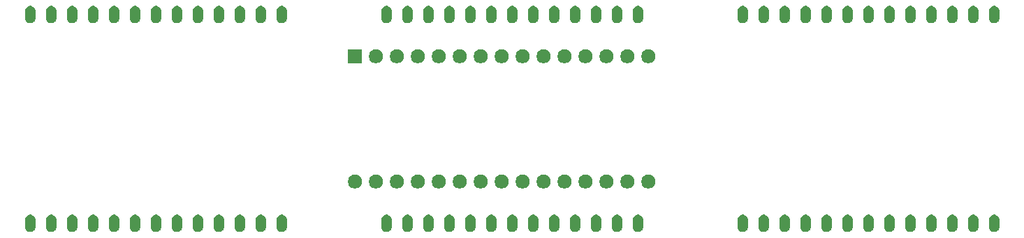
<source format=gbr>
G04 #@! TF.GenerationSoftware,KiCad,Pcbnew,(5.1.5)-3*
G04 #@! TF.CreationDate,2020-01-21T23:52:57-05:00*
G04 #@! TF.ProjectId,IEEE-Clock-Charlie,49454545-2d43-46c6-9f63-6b2d43686172,rev?*
G04 #@! TF.SameCoordinates,Original*
G04 #@! TF.FileFunction,Soldermask,Bot*
G04 #@! TF.FilePolarity,Negative*
%FSLAX46Y46*%
G04 Gerber Fmt 4.6, Leading zero omitted, Abs format (unit mm)*
G04 Created by KiCad (PCBNEW (5.1.5)-3) date 2020-01-21 23:52:57*
%MOMM*%
%LPD*%
G04 APERTURE LIST*
%ADD10C,0.100000*%
G04 APERTURE END LIST*
D10*
G36*
X127127617Y-70078420D02*
G01*
X127218403Y-70105960D01*
X127250335Y-70115646D01*
X127363424Y-70176094D01*
X127462554Y-70257447D01*
X127543906Y-70356575D01*
X127604354Y-70469664D01*
X127614040Y-70501596D01*
X127641580Y-70592382D01*
X127651000Y-70688027D01*
X127651000Y-71551973D01*
X127641580Y-71647618D01*
X127614040Y-71738404D01*
X127604354Y-71770336D01*
X127543906Y-71883425D01*
X127462554Y-71982554D01*
X127363425Y-72063906D01*
X127250336Y-72124354D01*
X127218404Y-72134040D01*
X127127618Y-72161580D01*
X127000000Y-72174149D01*
X126872383Y-72161580D01*
X126781597Y-72134040D01*
X126749665Y-72124354D01*
X126636576Y-72063906D01*
X126537447Y-71982554D01*
X126456095Y-71883425D01*
X126395647Y-71770336D01*
X126391282Y-71755946D01*
X126358420Y-71647618D01*
X126349000Y-71551973D01*
X126349000Y-70688028D01*
X126358420Y-70592383D01*
X126395645Y-70469669D01*
X126395646Y-70469665D01*
X126456094Y-70356576D01*
X126537447Y-70257446D01*
X126636575Y-70176094D01*
X126749664Y-70115646D01*
X126781596Y-70105960D01*
X126872382Y-70078420D01*
X127000000Y-70065851D01*
X127127617Y-70078420D01*
G37*
G36*
X101727617Y-70078420D02*
G01*
X101818403Y-70105960D01*
X101850335Y-70115646D01*
X101963424Y-70176094D01*
X102062554Y-70257447D01*
X102143906Y-70356575D01*
X102204354Y-70469664D01*
X102214040Y-70501596D01*
X102241580Y-70592382D01*
X102251000Y-70688027D01*
X102251000Y-71551973D01*
X102241580Y-71647618D01*
X102214040Y-71738404D01*
X102204354Y-71770336D01*
X102143906Y-71883425D01*
X102062554Y-71982554D01*
X101963425Y-72063906D01*
X101850336Y-72124354D01*
X101818404Y-72134040D01*
X101727618Y-72161580D01*
X101600000Y-72174149D01*
X101472383Y-72161580D01*
X101381597Y-72134040D01*
X101349665Y-72124354D01*
X101236576Y-72063906D01*
X101137447Y-71982554D01*
X101056095Y-71883425D01*
X100995647Y-71770336D01*
X100991282Y-71755946D01*
X100958420Y-71647618D01*
X100949000Y-71551973D01*
X100949000Y-70688028D01*
X100958420Y-70592383D01*
X100995645Y-70469669D01*
X100995646Y-70469665D01*
X101056094Y-70356576D01*
X101137447Y-70257446D01*
X101236575Y-70176094D01*
X101349664Y-70115646D01*
X101381596Y-70105960D01*
X101472382Y-70078420D01*
X101600000Y-70065851D01*
X101727617Y-70078420D01*
G37*
G36*
X104267617Y-70078420D02*
G01*
X104358403Y-70105960D01*
X104390335Y-70115646D01*
X104503424Y-70176094D01*
X104602554Y-70257447D01*
X104683906Y-70356575D01*
X104744354Y-70469664D01*
X104754040Y-70501596D01*
X104781580Y-70592382D01*
X104791000Y-70688027D01*
X104791000Y-71551973D01*
X104781580Y-71647618D01*
X104754040Y-71738404D01*
X104744354Y-71770336D01*
X104683906Y-71883425D01*
X104602554Y-71982554D01*
X104503425Y-72063906D01*
X104390336Y-72124354D01*
X104358404Y-72134040D01*
X104267618Y-72161580D01*
X104140000Y-72174149D01*
X104012383Y-72161580D01*
X103921597Y-72134040D01*
X103889665Y-72124354D01*
X103776576Y-72063906D01*
X103677447Y-71982554D01*
X103596095Y-71883425D01*
X103535647Y-71770336D01*
X103531282Y-71755946D01*
X103498420Y-71647618D01*
X103489000Y-71551973D01*
X103489000Y-70688028D01*
X103498420Y-70592383D01*
X103535645Y-70469669D01*
X103535646Y-70469665D01*
X103596094Y-70356576D01*
X103677447Y-70257446D01*
X103776575Y-70176094D01*
X103889664Y-70115646D01*
X103921596Y-70105960D01*
X104012382Y-70078420D01*
X104140000Y-70065851D01*
X104267617Y-70078420D01*
G37*
G36*
X106807617Y-70078420D02*
G01*
X106898403Y-70105960D01*
X106930335Y-70115646D01*
X107043424Y-70176094D01*
X107142554Y-70257447D01*
X107223906Y-70356575D01*
X107284354Y-70469664D01*
X107294040Y-70501596D01*
X107321580Y-70592382D01*
X107331000Y-70688027D01*
X107331000Y-71551973D01*
X107321580Y-71647618D01*
X107294040Y-71738404D01*
X107284354Y-71770336D01*
X107223906Y-71883425D01*
X107142554Y-71982554D01*
X107043425Y-72063906D01*
X106930336Y-72124354D01*
X106898404Y-72134040D01*
X106807618Y-72161580D01*
X106680000Y-72174149D01*
X106552383Y-72161580D01*
X106461597Y-72134040D01*
X106429665Y-72124354D01*
X106316576Y-72063906D01*
X106217447Y-71982554D01*
X106136095Y-71883425D01*
X106075647Y-71770336D01*
X106071282Y-71755946D01*
X106038420Y-71647618D01*
X106029000Y-71551973D01*
X106029000Y-70688028D01*
X106038420Y-70592383D01*
X106075645Y-70469669D01*
X106075646Y-70469665D01*
X106136094Y-70356576D01*
X106217447Y-70257446D01*
X106316575Y-70176094D01*
X106429664Y-70115646D01*
X106461596Y-70105960D01*
X106552382Y-70078420D01*
X106680000Y-70065851D01*
X106807617Y-70078420D01*
G37*
G36*
X109347617Y-70078420D02*
G01*
X109438403Y-70105960D01*
X109470335Y-70115646D01*
X109583424Y-70176094D01*
X109682554Y-70257447D01*
X109763906Y-70356575D01*
X109824354Y-70469664D01*
X109834040Y-70501596D01*
X109861580Y-70592382D01*
X109871000Y-70688027D01*
X109871000Y-71551973D01*
X109861580Y-71647618D01*
X109834040Y-71738404D01*
X109824354Y-71770336D01*
X109763906Y-71883425D01*
X109682554Y-71982554D01*
X109583425Y-72063906D01*
X109470336Y-72124354D01*
X109438404Y-72134040D01*
X109347618Y-72161580D01*
X109220000Y-72174149D01*
X109092383Y-72161580D01*
X109001597Y-72134040D01*
X108969665Y-72124354D01*
X108856576Y-72063906D01*
X108757447Y-71982554D01*
X108676095Y-71883425D01*
X108615647Y-71770336D01*
X108611282Y-71755946D01*
X108578420Y-71647618D01*
X108569000Y-71551973D01*
X108569000Y-70688028D01*
X108578420Y-70592383D01*
X108615645Y-70469669D01*
X108615646Y-70469665D01*
X108676094Y-70356576D01*
X108757447Y-70257446D01*
X108856575Y-70176094D01*
X108969664Y-70115646D01*
X109001596Y-70105960D01*
X109092382Y-70078420D01*
X109220000Y-70065851D01*
X109347617Y-70078420D01*
G37*
G36*
X111887617Y-70078420D02*
G01*
X111978403Y-70105960D01*
X112010335Y-70115646D01*
X112123424Y-70176094D01*
X112222554Y-70257447D01*
X112303906Y-70356575D01*
X112364354Y-70469664D01*
X112374040Y-70501596D01*
X112401580Y-70592382D01*
X112411000Y-70688027D01*
X112411000Y-71551973D01*
X112401580Y-71647618D01*
X112374040Y-71738404D01*
X112364354Y-71770336D01*
X112303906Y-71883425D01*
X112222554Y-71982554D01*
X112123425Y-72063906D01*
X112010336Y-72124354D01*
X111978404Y-72134040D01*
X111887618Y-72161580D01*
X111760000Y-72174149D01*
X111632383Y-72161580D01*
X111541597Y-72134040D01*
X111509665Y-72124354D01*
X111396576Y-72063906D01*
X111297447Y-71982554D01*
X111216095Y-71883425D01*
X111155647Y-71770336D01*
X111151282Y-71755946D01*
X111118420Y-71647618D01*
X111109000Y-71551973D01*
X111109000Y-70688028D01*
X111118420Y-70592383D01*
X111155645Y-70469669D01*
X111155646Y-70469665D01*
X111216094Y-70356576D01*
X111297447Y-70257446D01*
X111396575Y-70176094D01*
X111509664Y-70115646D01*
X111541596Y-70105960D01*
X111632382Y-70078420D01*
X111760000Y-70065851D01*
X111887617Y-70078420D01*
G37*
G36*
X114427617Y-70078420D02*
G01*
X114518403Y-70105960D01*
X114550335Y-70115646D01*
X114663424Y-70176094D01*
X114762554Y-70257447D01*
X114843906Y-70356575D01*
X114904354Y-70469664D01*
X114914040Y-70501596D01*
X114941580Y-70592382D01*
X114951000Y-70688027D01*
X114951000Y-71551973D01*
X114941580Y-71647618D01*
X114914040Y-71738404D01*
X114904354Y-71770336D01*
X114843906Y-71883425D01*
X114762554Y-71982554D01*
X114663425Y-72063906D01*
X114550336Y-72124354D01*
X114518404Y-72134040D01*
X114427618Y-72161580D01*
X114300000Y-72174149D01*
X114172383Y-72161580D01*
X114081597Y-72134040D01*
X114049665Y-72124354D01*
X113936576Y-72063906D01*
X113837447Y-71982554D01*
X113756095Y-71883425D01*
X113695647Y-71770336D01*
X113691282Y-71755946D01*
X113658420Y-71647618D01*
X113649000Y-71551973D01*
X113649000Y-70688028D01*
X113658420Y-70592383D01*
X113695645Y-70469669D01*
X113695646Y-70469665D01*
X113756094Y-70356576D01*
X113837447Y-70257446D01*
X113936575Y-70176094D01*
X114049664Y-70115646D01*
X114081596Y-70105960D01*
X114172382Y-70078420D01*
X114300000Y-70065851D01*
X114427617Y-70078420D01*
G37*
G36*
X116967617Y-70078420D02*
G01*
X117058403Y-70105960D01*
X117090335Y-70115646D01*
X117203424Y-70176094D01*
X117302554Y-70257447D01*
X117383906Y-70356575D01*
X117444354Y-70469664D01*
X117454040Y-70501596D01*
X117481580Y-70592382D01*
X117491000Y-70688027D01*
X117491000Y-71551973D01*
X117481580Y-71647618D01*
X117454040Y-71738404D01*
X117444354Y-71770336D01*
X117383906Y-71883425D01*
X117302554Y-71982554D01*
X117203425Y-72063906D01*
X117090336Y-72124354D01*
X117058404Y-72134040D01*
X116967618Y-72161580D01*
X116840000Y-72174149D01*
X116712383Y-72161580D01*
X116621597Y-72134040D01*
X116589665Y-72124354D01*
X116476576Y-72063906D01*
X116377447Y-71982554D01*
X116296095Y-71883425D01*
X116235647Y-71770336D01*
X116231282Y-71755946D01*
X116198420Y-71647618D01*
X116189000Y-71551973D01*
X116189000Y-70688028D01*
X116198420Y-70592383D01*
X116235645Y-70469669D01*
X116235646Y-70469665D01*
X116296094Y-70356576D01*
X116377447Y-70257446D01*
X116476575Y-70176094D01*
X116589664Y-70115646D01*
X116621596Y-70105960D01*
X116712382Y-70078420D01*
X116840000Y-70065851D01*
X116967617Y-70078420D01*
G37*
G36*
X119507617Y-70078420D02*
G01*
X119598403Y-70105960D01*
X119630335Y-70115646D01*
X119743424Y-70176094D01*
X119842554Y-70257447D01*
X119923906Y-70356575D01*
X119984354Y-70469664D01*
X119994040Y-70501596D01*
X120021580Y-70592382D01*
X120031000Y-70688027D01*
X120031000Y-71551973D01*
X120021580Y-71647618D01*
X119994040Y-71738404D01*
X119984354Y-71770336D01*
X119923906Y-71883425D01*
X119842554Y-71982554D01*
X119743425Y-72063906D01*
X119630336Y-72124354D01*
X119598404Y-72134040D01*
X119507618Y-72161580D01*
X119380000Y-72174149D01*
X119252383Y-72161580D01*
X119161597Y-72134040D01*
X119129665Y-72124354D01*
X119016576Y-72063906D01*
X118917447Y-71982554D01*
X118836095Y-71883425D01*
X118775647Y-71770336D01*
X118771282Y-71755946D01*
X118738420Y-71647618D01*
X118729000Y-71551973D01*
X118729000Y-70688028D01*
X118738420Y-70592383D01*
X118775645Y-70469669D01*
X118775646Y-70469665D01*
X118836094Y-70356576D01*
X118917447Y-70257446D01*
X119016575Y-70176094D01*
X119129664Y-70115646D01*
X119161596Y-70105960D01*
X119252382Y-70078420D01*
X119380000Y-70065851D01*
X119507617Y-70078420D01*
G37*
G36*
X122047617Y-70078420D02*
G01*
X122138403Y-70105960D01*
X122170335Y-70115646D01*
X122283424Y-70176094D01*
X122382554Y-70257447D01*
X122463906Y-70356575D01*
X122524354Y-70469664D01*
X122534040Y-70501596D01*
X122561580Y-70592382D01*
X122571000Y-70688027D01*
X122571000Y-71551973D01*
X122561580Y-71647618D01*
X122534040Y-71738404D01*
X122524354Y-71770336D01*
X122463906Y-71883425D01*
X122382554Y-71982554D01*
X122283425Y-72063906D01*
X122170336Y-72124354D01*
X122138404Y-72134040D01*
X122047618Y-72161580D01*
X121920000Y-72174149D01*
X121792383Y-72161580D01*
X121701597Y-72134040D01*
X121669665Y-72124354D01*
X121556576Y-72063906D01*
X121457447Y-71982554D01*
X121376095Y-71883425D01*
X121315647Y-71770336D01*
X121311282Y-71755946D01*
X121278420Y-71647618D01*
X121269000Y-71551973D01*
X121269000Y-70688028D01*
X121278420Y-70592383D01*
X121315645Y-70469669D01*
X121315646Y-70469665D01*
X121376094Y-70356576D01*
X121457447Y-70257446D01*
X121556575Y-70176094D01*
X121669664Y-70115646D01*
X121701596Y-70105960D01*
X121792382Y-70078420D01*
X121920000Y-70065851D01*
X122047617Y-70078420D01*
G37*
G36*
X76327617Y-70078420D02*
G01*
X76418403Y-70105960D01*
X76450335Y-70115646D01*
X76563424Y-70176094D01*
X76662554Y-70257447D01*
X76743906Y-70356575D01*
X76804354Y-70469664D01*
X76814040Y-70501596D01*
X76841580Y-70592382D01*
X76851000Y-70688027D01*
X76851000Y-71551973D01*
X76841580Y-71647618D01*
X76814040Y-71738404D01*
X76804354Y-71770336D01*
X76743906Y-71883425D01*
X76662554Y-71982554D01*
X76563425Y-72063906D01*
X76450336Y-72124354D01*
X76418404Y-72134040D01*
X76327618Y-72161580D01*
X76200000Y-72174149D01*
X76072383Y-72161580D01*
X75981597Y-72134040D01*
X75949665Y-72124354D01*
X75836576Y-72063906D01*
X75737447Y-71982554D01*
X75656095Y-71883425D01*
X75595647Y-71770336D01*
X75591282Y-71755946D01*
X75558420Y-71647618D01*
X75549000Y-71551973D01*
X75549000Y-70688028D01*
X75558420Y-70592383D01*
X75595645Y-70469669D01*
X75595646Y-70469665D01*
X75656094Y-70356576D01*
X75737447Y-70257446D01*
X75836575Y-70176094D01*
X75949664Y-70115646D01*
X75981596Y-70105960D01*
X76072382Y-70078420D01*
X76200000Y-70065851D01*
X76327617Y-70078420D01*
G37*
G36*
X129667617Y-70078420D02*
G01*
X129758403Y-70105960D01*
X129790335Y-70115646D01*
X129903424Y-70176094D01*
X130002554Y-70257447D01*
X130083906Y-70356575D01*
X130144354Y-70469664D01*
X130154040Y-70501596D01*
X130181580Y-70592382D01*
X130191000Y-70688027D01*
X130191000Y-71551973D01*
X130181580Y-71647618D01*
X130154040Y-71738404D01*
X130144354Y-71770336D01*
X130083906Y-71883425D01*
X130002554Y-71982554D01*
X129903425Y-72063906D01*
X129790336Y-72124354D01*
X129758404Y-72134040D01*
X129667618Y-72161580D01*
X129540000Y-72174149D01*
X129412383Y-72161580D01*
X129321597Y-72134040D01*
X129289665Y-72124354D01*
X129176576Y-72063906D01*
X129077447Y-71982554D01*
X128996095Y-71883425D01*
X128935647Y-71770336D01*
X128931282Y-71755946D01*
X128898420Y-71647618D01*
X128889000Y-71551973D01*
X128889000Y-70688028D01*
X128898420Y-70592383D01*
X128935645Y-70469669D01*
X128935646Y-70469665D01*
X128996094Y-70356576D01*
X129077447Y-70257446D01*
X129176575Y-70176094D01*
X129289664Y-70115646D01*
X129321596Y-70105960D01*
X129412382Y-70078420D01*
X129540000Y-70065851D01*
X129667617Y-70078420D01*
G37*
G36*
X132207617Y-70078420D02*
G01*
X132298403Y-70105960D01*
X132330335Y-70115646D01*
X132443424Y-70176094D01*
X132542554Y-70257447D01*
X132623906Y-70356575D01*
X132684354Y-70469664D01*
X132694040Y-70501596D01*
X132721580Y-70592382D01*
X132731000Y-70688027D01*
X132731000Y-71551973D01*
X132721580Y-71647618D01*
X132694040Y-71738404D01*
X132684354Y-71770336D01*
X132623906Y-71883425D01*
X132542554Y-71982554D01*
X132443425Y-72063906D01*
X132330336Y-72124354D01*
X132298404Y-72134040D01*
X132207618Y-72161580D01*
X132080000Y-72174149D01*
X131952383Y-72161580D01*
X131861597Y-72134040D01*
X131829665Y-72124354D01*
X131716576Y-72063906D01*
X131617447Y-71982554D01*
X131536095Y-71883425D01*
X131475647Y-71770336D01*
X131471282Y-71755946D01*
X131438420Y-71647618D01*
X131429000Y-71551973D01*
X131429000Y-70688028D01*
X131438420Y-70592383D01*
X131475645Y-70469669D01*
X131475646Y-70469665D01*
X131536094Y-70356576D01*
X131617447Y-70257446D01*
X131716575Y-70176094D01*
X131829664Y-70115646D01*
X131861596Y-70105960D01*
X131952382Y-70078420D01*
X132080000Y-70065851D01*
X132207617Y-70078420D01*
G37*
G36*
X58547617Y-70078420D02*
G01*
X58638403Y-70105960D01*
X58670335Y-70115646D01*
X58783424Y-70176094D01*
X58882554Y-70257447D01*
X58963906Y-70356575D01*
X59024354Y-70469664D01*
X59034040Y-70501596D01*
X59061580Y-70592382D01*
X59071000Y-70688027D01*
X59071000Y-71551973D01*
X59061580Y-71647618D01*
X59034040Y-71738404D01*
X59024354Y-71770336D01*
X58963906Y-71883425D01*
X58882554Y-71982554D01*
X58783425Y-72063906D01*
X58670336Y-72124354D01*
X58638404Y-72134040D01*
X58547618Y-72161580D01*
X58420000Y-72174149D01*
X58292383Y-72161580D01*
X58201597Y-72134040D01*
X58169665Y-72124354D01*
X58056576Y-72063906D01*
X57957447Y-71982554D01*
X57876095Y-71883425D01*
X57815647Y-71770336D01*
X57811282Y-71755946D01*
X57778420Y-71647618D01*
X57769000Y-71551973D01*
X57769000Y-70688028D01*
X57778420Y-70592383D01*
X57815645Y-70469669D01*
X57815646Y-70469665D01*
X57876094Y-70356576D01*
X57957447Y-70257446D01*
X58056575Y-70176094D01*
X58169664Y-70115646D01*
X58201596Y-70105960D01*
X58292382Y-70078420D01*
X58420000Y-70065851D01*
X58547617Y-70078420D01*
G37*
G36*
X61087617Y-70078420D02*
G01*
X61178403Y-70105960D01*
X61210335Y-70115646D01*
X61323424Y-70176094D01*
X61422554Y-70257447D01*
X61503906Y-70356575D01*
X61564354Y-70469664D01*
X61574040Y-70501596D01*
X61601580Y-70592382D01*
X61611000Y-70688027D01*
X61611000Y-71551973D01*
X61601580Y-71647618D01*
X61574040Y-71738404D01*
X61564354Y-71770336D01*
X61503906Y-71883425D01*
X61422554Y-71982554D01*
X61323425Y-72063906D01*
X61210336Y-72124354D01*
X61178404Y-72134040D01*
X61087618Y-72161580D01*
X60960000Y-72174149D01*
X60832383Y-72161580D01*
X60741597Y-72134040D01*
X60709665Y-72124354D01*
X60596576Y-72063906D01*
X60497447Y-71982554D01*
X60416095Y-71883425D01*
X60355647Y-71770336D01*
X60351282Y-71755946D01*
X60318420Y-71647618D01*
X60309000Y-71551973D01*
X60309000Y-70688028D01*
X60318420Y-70592383D01*
X60355645Y-70469669D01*
X60355646Y-70469665D01*
X60416094Y-70356576D01*
X60497447Y-70257446D01*
X60596575Y-70176094D01*
X60709664Y-70115646D01*
X60741596Y-70105960D01*
X60832382Y-70078420D01*
X60960000Y-70065851D01*
X61087617Y-70078420D01*
G37*
G36*
X63627617Y-70078420D02*
G01*
X63718403Y-70105960D01*
X63750335Y-70115646D01*
X63863424Y-70176094D01*
X63962554Y-70257447D01*
X64043906Y-70356575D01*
X64104354Y-70469664D01*
X64114040Y-70501596D01*
X64141580Y-70592382D01*
X64151000Y-70688027D01*
X64151000Y-71551973D01*
X64141580Y-71647618D01*
X64114040Y-71738404D01*
X64104354Y-71770336D01*
X64043906Y-71883425D01*
X63962554Y-71982554D01*
X63863425Y-72063906D01*
X63750336Y-72124354D01*
X63718404Y-72134040D01*
X63627618Y-72161580D01*
X63500000Y-72174149D01*
X63372383Y-72161580D01*
X63281597Y-72134040D01*
X63249665Y-72124354D01*
X63136576Y-72063906D01*
X63037447Y-71982554D01*
X62956095Y-71883425D01*
X62895647Y-71770336D01*
X62891282Y-71755946D01*
X62858420Y-71647618D01*
X62849000Y-71551973D01*
X62849000Y-70688028D01*
X62858420Y-70592383D01*
X62895645Y-70469669D01*
X62895646Y-70469665D01*
X62956094Y-70356576D01*
X63037447Y-70257446D01*
X63136575Y-70176094D01*
X63249664Y-70115646D01*
X63281596Y-70105960D01*
X63372382Y-70078420D01*
X63500000Y-70065851D01*
X63627617Y-70078420D01*
G37*
G36*
X66167617Y-70078420D02*
G01*
X66258403Y-70105960D01*
X66290335Y-70115646D01*
X66403424Y-70176094D01*
X66502554Y-70257447D01*
X66583906Y-70356575D01*
X66644354Y-70469664D01*
X66654040Y-70501596D01*
X66681580Y-70592382D01*
X66691000Y-70688027D01*
X66691000Y-71551973D01*
X66681580Y-71647618D01*
X66654040Y-71738404D01*
X66644354Y-71770336D01*
X66583906Y-71883425D01*
X66502554Y-71982554D01*
X66403425Y-72063906D01*
X66290336Y-72124354D01*
X66258404Y-72134040D01*
X66167618Y-72161580D01*
X66040000Y-72174149D01*
X65912383Y-72161580D01*
X65821597Y-72134040D01*
X65789665Y-72124354D01*
X65676576Y-72063906D01*
X65577447Y-71982554D01*
X65496095Y-71883425D01*
X65435647Y-71770336D01*
X65431282Y-71755946D01*
X65398420Y-71647618D01*
X65389000Y-71551973D01*
X65389000Y-70688028D01*
X65398420Y-70592383D01*
X65435645Y-70469669D01*
X65435646Y-70469665D01*
X65496094Y-70356576D01*
X65577447Y-70257446D01*
X65676575Y-70176094D01*
X65789664Y-70115646D01*
X65821596Y-70105960D01*
X65912382Y-70078420D01*
X66040000Y-70065851D01*
X66167617Y-70078420D01*
G37*
G36*
X68707617Y-70078420D02*
G01*
X68798403Y-70105960D01*
X68830335Y-70115646D01*
X68943424Y-70176094D01*
X69042554Y-70257447D01*
X69123906Y-70356575D01*
X69184354Y-70469664D01*
X69194040Y-70501596D01*
X69221580Y-70592382D01*
X69231000Y-70688027D01*
X69231000Y-71551973D01*
X69221580Y-71647618D01*
X69194040Y-71738404D01*
X69184354Y-71770336D01*
X69123906Y-71883425D01*
X69042554Y-71982554D01*
X68943425Y-72063906D01*
X68830336Y-72124354D01*
X68798404Y-72134040D01*
X68707618Y-72161580D01*
X68580000Y-72174149D01*
X68452383Y-72161580D01*
X68361597Y-72134040D01*
X68329665Y-72124354D01*
X68216576Y-72063906D01*
X68117447Y-71982554D01*
X68036095Y-71883425D01*
X67975647Y-71770336D01*
X67971282Y-71755946D01*
X67938420Y-71647618D01*
X67929000Y-71551973D01*
X67929000Y-70688028D01*
X67938420Y-70592383D01*
X67975645Y-70469669D01*
X67975646Y-70469665D01*
X68036094Y-70356576D01*
X68117447Y-70257446D01*
X68216575Y-70176094D01*
X68329664Y-70115646D01*
X68361596Y-70105960D01*
X68452382Y-70078420D01*
X68580000Y-70065851D01*
X68707617Y-70078420D01*
G37*
G36*
X71247617Y-70078420D02*
G01*
X71338403Y-70105960D01*
X71370335Y-70115646D01*
X71483424Y-70176094D01*
X71582554Y-70257447D01*
X71663906Y-70356575D01*
X71724354Y-70469664D01*
X71734040Y-70501596D01*
X71761580Y-70592382D01*
X71771000Y-70688027D01*
X71771000Y-71551973D01*
X71761580Y-71647618D01*
X71734040Y-71738404D01*
X71724354Y-71770336D01*
X71663906Y-71883425D01*
X71582554Y-71982554D01*
X71483425Y-72063906D01*
X71370336Y-72124354D01*
X71338404Y-72134040D01*
X71247618Y-72161580D01*
X71120000Y-72174149D01*
X70992383Y-72161580D01*
X70901597Y-72134040D01*
X70869665Y-72124354D01*
X70756576Y-72063906D01*
X70657447Y-71982554D01*
X70576095Y-71883425D01*
X70515647Y-71770336D01*
X70511282Y-71755946D01*
X70478420Y-71647618D01*
X70469000Y-71551973D01*
X70469000Y-70688028D01*
X70478420Y-70592383D01*
X70515645Y-70469669D01*
X70515646Y-70469665D01*
X70576094Y-70356576D01*
X70657447Y-70257446D01*
X70756575Y-70176094D01*
X70869664Y-70115646D01*
X70901596Y-70105960D01*
X70992382Y-70078420D01*
X71120000Y-70065851D01*
X71247617Y-70078420D01*
G37*
G36*
X22987617Y-70078420D02*
G01*
X23078403Y-70105960D01*
X23110335Y-70115646D01*
X23223424Y-70176094D01*
X23322554Y-70257447D01*
X23403906Y-70356575D01*
X23464354Y-70469664D01*
X23474040Y-70501596D01*
X23501580Y-70592382D01*
X23511000Y-70688027D01*
X23511000Y-71551973D01*
X23501580Y-71647618D01*
X23474040Y-71738404D01*
X23464354Y-71770336D01*
X23403906Y-71883425D01*
X23322554Y-71982554D01*
X23223425Y-72063906D01*
X23110336Y-72124354D01*
X23078404Y-72134040D01*
X22987618Y-72161580D01*
X22860000Y-72174149D01*
X22732383Y-72161580D01*
X22641597Y-72134040D01*
X22609665Y-72124354D01*
X22496576Y-72063906D01*
X22397447Y-71982554D01*
X22316095Y-71883425D01*
X22255647Y-71770336D01*
X22251282Y-71755946D01*
X22218420Y-71647618D01*
X22209000Y-71551973D01*
X22209000Y-70688028D01*
X22218420Y-70592383D01*
X22255645Y-70469669D01*
X22255646Y-70469665D01*
X22316094Y-70356576D01*
X22397447Y-70257446D01*
X22496575Y-70176094D01*
X22609664Y-70115646D01*
X22641596Y-70105960D01*
X22732382Y-70078420D01*
X22860000Y-70065851D01*
X22987617Y-70078420D01*
G37*
G36*
X45847617Y-70078420D02*
G01*
X45938403Y-70105960D01*
X45970335Y-70115646D01*
X46083424Y-70176094D01*
X46182554Y-70257447D01*
X46263906Y-70356575D01*
X46324354Y-70469664D01*
X46334040Y-70501596D01*
X46361580Y-70592382D01*
X46371000Y-70688027D01*
X46371000Y-71551973D01*
X46361580Y-71647618D01*
X46334040Y-71738404D01*
X46324354Y-71770336D01*
X46263906Y-71883425D01*
X46182554Y-71982554D01*
X46083425Y-72063906D01*
X45970336Y-72124354D01*
X45938404Y-72134040D01*
X45847618Y-72161580D01*
X45720000Y-72174149D01*
X45592383Y-72161580D01*
X45501597Y-72134040D01*
X45469665Y-72124354D01*
X45356576Y-72063906D01*
X45257447Y-71982554D01*
X45176095Y-71883425D01*
X45115647Y-71770336D01*
X45111282Y-71755946D01*
X45078420Y-71647618D01*
X45069000Y-71551973D01*
X45069000Y-70688028D01*
X45078420Y-70592383D01*
X45115645Y-70469669D01*
X45115646Y-70469665D01*
X45176094Y-70356576D01*
X45257447Y-70257446D01*
X45356575Y-70176094D01*
X45469664Y-70115646D01*
X45501596Y-70105960D01*
X45592382Y-70078420D01*
X45720000Y-70065851D01*
X45847617Y-70078420D01*
G37*
G36*
X124587617Y-70078420D02*
G01*
X124678403Y-70105960D01*
X124710335Y-70115646D01*
X124823424Y-70176094D01*
X124922554Y-70257447D01*
X125003906Y-70356575D01*
X125064354Y-70469664D01*
X125074040Y-70501596D01*
X125101580Y-70592382D01*
X125111000Y-70688027D01*
X125111000Y-71551973D01*
X125101580Y-71647618D01*
X125074040Y-71738404D01*
X125064354Y-71770336D01*
X125003906Y-71883425D01*
X124922554Y-71982554D01*
X124823425Y-72063906D01*
X124710336Y-72124354D01*
X124678404Y-72134040D01*
X124587618Y-72161580D01*
X124460000Y-72174149D01*
X124332383Y-72161580D01*
X124241597Y-72134040D01*
X124209665Y-72124354D01*
X124096576Y-72063906D01*
X123997447Y-71982554D01*
X123916095Y-71883425D01*
X123855647Y-71770336D01*
X123851282Y-71755946D01*
X123818420Y-71647618D01*
X123809000Y-71551973D01*
X123809000Y-70688028D01*
X123818420Y-70592383D01*
X123855645Y-70469669D01*
X123855646Y-70469665D01*
X123916094Y-70356576D01*
X123997447Y-70257446D01*
X124096575Y-70176094D01*
X124209664Y-70115646D01*
X124241596Y-70105960D01*
X124332382Y-70078420D01*
X124460000Y-70065851D01*
X124587617Y-70078420D01*
G37*
G36*
X78867617Y-70078420D02*
G01*
X78958403Y-70105960D01*
X78990335Y-70115646D01*
X79103424Y-70176094D01*
X79202554Y-70257447D01*
X79283906Y-70356575D01*
X79344354Y-70469664D01*
X79354040Y-70501596D01*
X79381580Y-70592382D01*
X79391000Y-70688027D01*
X79391000Y-71551973D01*
X79381580Y-71647618D01*
X79354040Y-71738404D01*
X79344354Y-71770336D01*
X79283906Y-71883425D01*
X79202554Y-71982554D01*
X79103425Y-72063906D01*
X78990336Y-72124354D01*
X78958404Y-72134040D01*
X78867618Y-72161580D01*
X78740000Y-72174149D01*
X78612383Y-72161580D01*
X78521597Y-72134040D01*
X78489665Y-72124354D01*
X78376576Y-72063906D01*
X78277447Y-71982554D01*
X78196095Y-71883425D01*
X78135647Y-71770336D01*
X78131282Y-71755946D01*
X78098420Y-71647618D01*
X78089000Y-71551973D01*
X78089000Y-70688028D01*
X78098420Y-70592383D01*
X78135645Y-70469669D01*
X78135646Y-70469665D01*
X78196094Y-70356576D01*
X78277447Y-70257446D01*
X78376575Y-70176094D01*
X78489664Y-70115646D01*
X78521596Y-70105960D01*
X78612382Y-70078420D01*
X78740000Y-70065851D01*
X78867617Y-70078420D01*
G37*
G36*
X81407617Y-70078420D02*
G01*
X81498403Y-70105960D01*
X81530335Y-70115646D01*
X81643424Y-70176094D01*
X81742554Y-70257447D01*
X81823906Y-70356575D01*
X81884354Y-70469664D01*
X81894040Y-70501596D01*
X81921580Y-70592382D01*
X81931000Y-70688027D01*
X81931000Y-71551973D01*
X81921580Y-71647618D01*
X81894040Y-71738404D01*
X81884354Y-71770336D01*
X81823906Y-71883425D01*
X81742554Y-71982554D01*
X81643425Y-72063906D01*
X81530336Y-72124354D01*
X81498404Y-72134040D01*
X81407618Y-72161580D01*
X81280000Y-72174149D01*
X81152383Y-72161580D01*
X81061597Y-72134040D01*
X81029665Y-72124354D01*
X80916576Y-72063906D01*
X80817447Y-71982554D01*
X80736095Y-71883425D01*
X80675647Y-71770336D01*
X80671282Y-71755946D01*
X80638420Y-71647618D01*
X80629000Y-71551973D01*
X80629000Y-70688028D01*
X80638420Y-70592383D01*
X80675645Y-70469669D01*
X80675646Y-70469665D01*
X80736094Y-70356576D01*
X80817447Y-70257446D01*
X80916575Y-70176094D01*
X81029664Y-70115646D01*
X81061596Y-70105960D01*
X81152382Y-70078420D01*
X81280000Y-70065851D01*
X81407617Y-70078420D01*
G37*
G36*
X83947617Y-70078420D02*
G01*
X84038403Y-70105960D01*
X84070335Y-70115646D01*
X84183424Y-70176094D01*
X84282554Y-70257447D01*
X84363906Y-70356575D01*
X84424354Y-70469664D01*
X84434040Y-70501596D01*
X84461580Y-70592382D01*
X84471000Y-70688027D01*
X84471000Y-71551973D01*
X84461580Y-71647618D01*
X84434040Y-71738404D01*
X84424354Y-71770336D01*
X84363906Y-71883425D01*
X84282554Y-71982554D01*
X84183425Y-72063906D01*
X84070336Y-72124354D01*
X84038404Y-72134040D01*
X83947618Y-72161580D01*
X83820000Y-72174149D01*
X83692383Y-72161580D01*
X83601597Y-72134040D01*
X83569665Y-72124354D01*
X83456576Y-72063906D01*
X83357447Y-71982554D01*
X83276095Y-71883425D01*
X83215647Y-71770336D01*
X83211282Y-71755946D01*
X83178420Y-71647618D01*
X83169000Y-71551973D01*
X83169000Y-70688028D01*
X83178420Y-70592383D01*
X83215645Y-70469669D01*
X83215646Y-70469665D01*
X83276094Y-70356576D01*
X83357447Y-70257446D01*
X83456575Y-70176094D01*
X83569664Y-70115646D01*
X83601596Y-70105960D01*
X83692382Y-70078420D01*
X83820000Y-70065851D01*
X83947617Y-70078420D01*
G37*
G36*
X86487617Y-70078420D02*
G01*
X86578403Y-70105960D01*
X86610335Y-70115646D01*
X86723424Y-70176094D01*
X86822554Y-70257447D01*
X86903906Y-70356575D01*
X86964354Y-70469664D01*
X86974040Y-70501596D01*
X87001580Y-70592382D01*
X87011000Y-70688027D01*
X87011000Y-71551973D01*
X87001580Y-71647618D01*
X86974040Y-71738404D01*
X86964354Y-71770336D01*
X86903906Y-71883425D01*
X86822554Y-71982554D01*
X86723425Y-72063906D01*
X86610336Y-72124354D01*
X86578404Y-72134040D01*
X86487618Y-72161580D01*
X86360000Y-72174149D01*
X86232383Y-72161580D01*
X86141597Y-72134040D01*
X86109665Y-72124354D01*
X85996576Y-72063906D01*
X85897447Y-71982554D01*
X85816095Y-71883425D01*
X85755647Y-71770336D01*
X85751282Y-71755946D01*
X85718420Y-71647618D01*
X85709000Y-71551973D01*
X85709000Y-70688028D01*
X85718420Y-70592383D01*
X85755645Y-70469669D01*
X85755646Y-70469665D01*
X85816094Y-70356576D01*
X85897447Y-70257446D01*
X85996575Y-70176094D01*
X86109664Y-70115646D01*
X86141596Y-70105960D01*
X86232382Y-70078420D01*
X86360000Y-70065851D01*
X86487617Y-70078420D01*
G37*
G36*
X89027617Y-70078420D02*
G01*
X89118403Y-70105960D01*
X89150335Y-70115646D01*
X89263424Y-70176094D01*
X89362554Y-70257447D01*
X89443906Y-70356575D01*
X89504354Y-70469664D01*
X89514040Y-70501596D01*
X89541580Y-70592382D01*
X89551000Y-70688027D01*
X89551000Y-71551973D01*
X89541580Y-71647618D01*
X89514040Y-71738404D01*
X89504354Y-71770336D01*
X89443906Y-71883425D01*
X89362554Y-71982554D01*
X89263425Y-72063906D01*
X89150336Y-72124354D01*
X89118404Y-72134040D01*
X89027618Y-72161580D01*
X88900000Y-72174149D01*
X88772383Y-72161580D01*
X88681597Y-72134040D01*
X88649665Y-72124354D01*
X88536576Y-72063906D01*
X88437447Y-71982554D01*
X88356095Y-71883425D01*
X88295647Y-71770336D01*
X88291282Y-71755946D01*
X88258420Y-71647618D01*
X88249000Y-71551973D01*
X88249000Y-70688028D01*
X88258420Y-70592383D01*
X88295645Y-70469669D01*
X88295646Y-70469665D01*
X88356094Y-70356576D01*
X88437447Y-70257446D01*
X88536575Y-70176094D01*
X88649664Y-70115646D01*
X88681596Y-70105960D01*
X88772382Y-70078420D01*
X88900000Y-70065851D01*
X89027617Y-70078420D01*
G37*
G36*
X15367617Y-70078420D02*
G01*
X15458403Y-70105960D01*
X15490335Y-70115646D01*
X15603424Y-70176094D01*
X15702554Y-70257447D01*
X15783906Y-70356575D01*
X15844354Y-70469664D01*
X15854040Y-70501596D01*
X15881580Y-70592382D01*
X15891000Y-70688027D01*
X15891000Y-71551973D01*
X15881580Y-71647618D01*
X15854040Y-71738404D01*
X15844354Y-71770336D01*
X15783906Y-71883425D01*
X15702554Y-71982554D01*
X15603425Y-72063906D01*
X15490336Y-72124354D01*
X15458404Y-72134040D01*
X15367618Y-72161580D01*
X15240000Y-72174149D01*
X15112383Y-72161580D01*
X15021597Y-72134040D01*
X14989665Y-72124354D01*
X14876576Y-72063906D01*
X14777447Y-71982554D01*
X14696095Y-71883425D01*
X14635647Y-71770336D01*
X14631282Y-71755946D01*
X14598420Y-71647618D01*
X14589000Y-71551973D01*
X14589000Y-70688028D01*
X14598420Y-70592383D01*
X14635645Y-70469669D01*
X14635646Y-70469665D01*
X14696094Y-70356576D01*
X14777447Y-70257446D01*
X14876575Y-70176094D01*
X14989664Y-70115646D01*
X15021596Y-70105960D01*
X15112382Y-70078420D01*
X15240000Y-70065851D01*
X15367617Y-70078420D01*
G37*
G36*
X17907617Y-70078420D02*
G01*
X17998403Y-70105960D01*
X18030335Y-70115646D01*
X18143424Y-70176094D01*
X18242554Y-70257447D01*
X18323906Y-70356575D01*
X18384354Y-70469664D01*
X18394040Y-70501596D01*
X18421580Y-70592382D01*
X18431000Y-70688027D01*
X18431000Y-71551973D01*
X18421580Y-71647618D01*
X18394040Y-71738404D01*
X18384354Y-71770336D01*
X18323906Y-71883425D01*
X18242554Y-71982554D01*
X18143425Y-72063906D01*
X18030336Y-72124354D01*
X17998404Y-72134040D01*
X17907618Y-72161580D01*
X17780000Y-72174149D01*
X17652383Y-72161580D01*
X17561597Y-72134040D01*
X17529665Y-72124354D01*
X17416576Y-72063906D01*
X17317447Y-71982554D01*
X17236095Y-71883425D01*
X17175647Y-71770336D01*
X17171282Y-71755946D01*
X17138420Y-71647618D01*
X17129000Y-71551973D01*
X17129000Y-70688028D01*
X17138420Y-70592383D01*
X17175645Y-70469669D01*
X17175646Y-70469665D01*
X17236094Y-70356576D01*
X17317447Y-70257446D01*
X17416575Y-70176094D01*
X17529664Y-70115646D01*
X17561596Y-70105960D01*
X17652382Y-70078420D01*
X17780000Y-70065851D01*
X17907617Y-70078420D01*
G37*
G36*
X20447617Y-70078420D02*
G01*
X20538403Y-70105960D01*
X20570335Y-70115646D01*
X20683424Y-70176094D01*
X20782554Y-70257447D01*
X20863906Y-70356575D01*
X20924354Y-70469664D01*
X20934040Y-70501596D01*
X20961580Y-70592382D01*
X20971000Y-70688027D01*
X20971000Y-71551973D01*
X20961580Y-71647618D01*
X20934040Y-71738404D01*
X20924354Y-71770336D01*
X20863906Y-71883425D01*
X20782554Y-71982554D01*
X20683425Y-72063906D01*
X20570336Y-72124354D01*
X20538404Y-72134040D01*
X20447618Y-72161580D01*
X20320000Y-72174149D01*
X20192383Y-72161580D01*
X20101597Y-72134040D01*
X20069665Y-72124354D01*
X19956576Y-72063906D01*
X19857447Y-71982554D01*
X19776095Y-71883425D01*
X19715647Y-71770336D01*
X19711282Y-71755946D01*
X19678420Y-71647618D01*
X19669000Y-71551973D01*
X19669000Y-70688028D01*
X19678420Y-70592383D01*
X19715645Y-70469669D01*
X19715646Y-70469665D01*
X19776094Y-70356576D01*
X19857447Y-70257446D01*
X19956575Y-70176094D01*
X20069664Y-70115646D01*
X20101596Y-70105960D01*
X20192382Y-70078420D01*
X20320000Y-70065851D01*
X20447617Y-70078420D01*
G37*
G36*
X25527617Y-70078420D02*
G01*
X25618403Y-70105960D01*
X25650335Y-70115646D01*
X25763424Y-70176094D01*
X25862554Y-70257447D01*
X25943906Y-70356575D01*
X26004354Y-70469664D01*
X26014040Y-70501596D01*
X26041580Y-70592382D01*
X26051000Y-70688027D01*
X26051000Y-71551973D01*
X26041580Y-71647618D01*
X26014040Y-71738404D01*
X26004354Y-71770336D01*
X25943906Y-71883425D01*
X25862554Y-71982554D01*
X25763425Y-72063906D01*
X25650336Y-72124354D01*
X25618404Y-72134040D01*
X25527618Y-72161580D01*
X25400000Y-72174149D01*
X25272383Y-72161580D01*
X25181597Y-72134040D01*
X25149665Y-72124354D01*
X25036576Y-72063906D01*
X24937447Y-71982554D01*
X24856095Y-71883425D01*
X24795647Y-71770336D01*
X24791282Y-71755946D01*
X24758420Y-71647618D01*
X24749000Y-71551973D01*
X24749000Y-70688028D01*
X24758420Y-70592383D01*
X24795645Y-70469669D01*
X24795646Y-70469665D01*
X24856094Y-70356576D01*
X24937447Y-70257446D01*
X25036575Y-70176094D01*
X25149664Y-70115646D01*
X25181596Y-70105960D01*
X25272382Y-70078420D01*
X25400000Y-70065851D01*
X25527617Y-70078420D01*
G37*
G36*
X43307617Y-70078420D02*
G01*
X43398403Y-70105960D01*
X43430335Y-70115646D01*
X43543424Y-70176094D01*
X43642554Y-70257447D01*
X43723906Y-70356575D01*
X43784354Y-70469664D01*
X43794040Y-70501596D01*
X43821580Y-70592382D01*
X43831000Y-70688027D01*
X43831000Y-71551973D01*
X43821580Y-71647618D01*
X43794040Y-71738404D01*
X43784354Y-71770336D01*
X43723906Y-71883425D01*
X43642554Y-71982554D01*
X43543425Y-72063906D01*
X43430336Y-72124354D01*
X43398404Y-72134040D01*
X43307618Y-72161580D01*
X43180000Y-72174149D01*
X43052383Y-72161580D01*
X42961597Y-72134040D01*
X42929665Y-72124354D01*
X42816576Y-72063906D01*
X42717447Y-71982554D01*
X42636095Y-71883425D01*
X42575647Y-71770336D01*
X42571282Y-71755946D01*
X42538420Y-71647618D01*
X42529000Y-71551973D01*
X42529000Y-70688028D01*
X42538420Y-70592383D01*
X42575645Y-70469669D01*
X42575646Y-70469665D01*
X42636094Y-70356576D01*
X42717447Y-70257446D01*
X42816575Y-70176094D01*
X42929664Y-70115646D01*
X42961596Y-70105960D01*
X43052382Y-70078420D01*
X43180000Y-70065851D01*
X43307617Y-70078420D01*
G37*
G36*
X40767617Y-70078420D02*
G01*
X40858403Y-70105960D01*
X40890335Y-70115646D01*
X41003424Y-70176094D01*
X41102554Y-70257447D01*
X41183906Y-70356575D01*
X41244354Y-70469664D01*
X41254040Y-70501596D01*
X41281580Y-70592382D01*
X41291000Y-70688027D01*
X41291000Y-71551973D01*
X41281580Y-71647618D01*
X41254040Y-71738404D01*
X41244354Y-71770336D01*
X41183906Y-71883425D01*
X41102554Y-71982554D01*
X41003425Y-72063906D01*
X40890336Y-72124354D01*
X40858404Y-72134040D01*
X40767618Y-72161580D01*
X40640000Y-72174149D01*
X40512383Y-72161580D01*
X40421597Y-72134040D01*
X40389665Y-72124354D01*
X40276576Y-72063906D01*
X40177447Y-71982554D01*
X40096095Y-71883425D01*
X40035647Y-71770336D01*
X40031282Y-71755946D01*
X39998420Y-71647618D01*
X39989000Y-71551973D01*
X39989000Y-70688028D01*
X39998420Y-70592383D01*
X40035645Y-70469669D01*
X40035646Y-70469665D01*
X40096094Y-70356576D01*
X40177447Y-70257446D01*
X40276575Y-70176094D01*
X40389664Y-70115646D01*
X40421596Y-70105960D01*
X40512382Y-70078420D01*
X40640000Y-70065851D01*
X40767617Y-70078420D01*
G37*
G36*
X38227617Y-70078420D02*
G01*
X38318403Y-70105960D01*
X38350335Y-70115646D01*
X38463424Y-70176094D01*
X38562554Y-70257447D01*
X38643906Y-70356575D01*
X38704354Y-70469664D01*
X38714040Y-70501596D01*
X38741580Y-70592382D01*
X38751000Y-70688027D01*
X38751000Y-71551973D01*
X38741580Y-71647618D01*
X38714040Y-71738404D01*
X38704354Y-71770336D01*
X38643906Y-71883425D01*
X38562554Y-71982554D01*
X38463425Y-72063906D01*
X38350336Y-72124354D01*
X38318404Y-72134040D01*
X38227618Y-72161580D01*
X38100000Y-72174149D01*
X37972383Y-72161580D01*
X37881597Y-72134040D01*
X37849665Y-72124354D01*
X37736576Y-72063906D01*
X37637447Y-71982554D01*
X37556095Y-71883425D01*
X37495647Y-71770336D01*
X37491282Y-71755946D01*
X37458420Y-71647618D01*
X37449000Y-71551973D01*
X37449000Y-70688028D01*
X37458420Y-70592383D01*
X37495645Y-70469669D01*
X37495646Y-70469665D01*
X37556094Y-70356576D01*
X37637447Y-70257446D01*
X37736575Y-70176094D01*
X37849664Y-70115646D01*
X37881596Y-70105960D01*
X37972382Y-70078420D01*
X38100000Y-70065851D01*
X38227617Y-70078420D01*
G37*
G36*
X35687617Y-70078420D02*
G01*
X35778403Y-70105960D01*
X35810335Y-70115646D01*
X35923424Y-70176094D01*
X36022554Y-70257447D01*
X36103906Y-70356575D01*
X36164354Y-70469664D01*
X36174040Y-70501596D01*
X36201580Y-70592382D01*
X36211000Y-70688027D01*
X36211000Y-71551973D01*
X36201580Y-71647618D01*
X36174040Y-71738404D01*
X36164354Y-71770336D01*
X36103906Y-71883425D01*
X36022554Y-71982554D01*
X35923425Y-72063906D01*
X35810336Y-72124354D01*
X35778404Y-72134040D01*
X35687618Y-72161580D01*
X35560000Y-72174149D01*
X35432383Y-72161580D01*
X35341597Y-72134040D01*
X35309665Y-72124354D01*
X35196576Y-72063906D01*
X35097447Y-71982554D01*
X35016095Y-71883425D01*
X34955647Y-71770336D01*
X34951282Y-71755946D01*
X34918420Y-71647618D01*
X34909000Y-71551973D01*
X34909000Y-70688028D01*
X34918420Y-70592383D01*
X34955645Y-70469669D01*
X34955646Y-70469665D01*
X35016094Y-70356576D01*
X35097447Y-70257446D01*
X35196575Y-70176094D01*
X35309664Y-70115646D01*
X35341596Y-70105960D01*
X35432382Y-70078420D01*
X35560000Y-70065851D01*
X35687617Y-70078420D01*
G37*
G36*
X33147617Y-70078420D02*
G01*
X33238403Y-70105960D01*
X33270335Y-70115646D01*
X33383424Y-70176094D01*
X33482554Y-70257447D01*
X33563906Y-70356575D01*
X33624354Y-70469664D01*
X33634040Y-70501596D01*
X33661580Y-70592382D01*
X33671000Y-70688027D01*
X33671000Y-71551973D01*
X33661580Y-71647618D01*
X33634040Y-71738404D01*
X33624354Y-71770336D01*
X33563906Y-71883425D01*
X33482554Y-71982554D01*
X33383425Y-72063906D01*
X33270336Y-72124354D01*
X33238404Y-72134040D01*
X33147618Y-72161580D01*
X33020000Y-72174149D01*
X32892383Y-72161580D01*
X32801597Y-72134040D01*
X32769665Y-72124354D01*
X32656576Y-72063906D01*
X32557447Y-71982554D01*
X32476095Y-71883425D01*
X32415647Y-71770336D01*
X32411282Y-71755946D01*
X32378420Y-71647618D01*
X32369000Y-71551973D01*
X32369000Y-70688028D01*
X32378420Y-70592383D01*
X32415645Y-70469669D01*
X32415646Y-70469665D01*
X32476094Y-70356576D01*
X32557447Y-70257446D01*
X32656575Y-70176094D01*
X32769664Y-70115646D01*
X32801596Y-70105960D01*
X32892382Y-70078420D01*
X33020000Y-70065851D01*
X33147617Y-70078420D01*
G37*
G36*
X30607617Y-70078420D02*
G01*
X30698403Y-70105960D01*
X30730335Y-70115646D01*
X30843424Y-70176094D01*
X30942554Y-70257447D01*
X31023906Y-70356575D01*
X31084354Y-70469664D01*
X31094040Y-70501596D01*
X31121580Y-70592382D01*
X31131000Y-70688027D01*
X31131000Y-71551973D01*
X31121580Y-71647618D01*
X31094040Y-71738404D01*
X31084354Y-71770336D01*
X31023906Y-71883425D01*
X30942554Y-71982554D01*
X30843425Y-72063906D01*
X30730336Y-72124354D01*
X30698404Y-72134040D01*
X30607618Y-72161580D01*
X30480000Y-72174149D01*
X30352383Y-72161580D01*
X30261597Y-72134040D01*
X30229665Y-72124354D01*
X30116576Y-72063906D01*
X30017447Y-71982554D01*
X29936095Y-71883425D01*
X29875647Y-71770336D01*
X29871282Y-71755946D01*
X29838420Y-71647618D01*
X29829000Y-71551973D01*
X29829000Y-70688028D01*
X29838420Y-70592383D01*
X29875645Y-70469669D01*
X29875646Y-70469665D01*
X29936094Y-70356576D01*
X30017447Y-70257446D01*
X30116575Y-70176094D01*
X30229664Y-70115646D01*
X30261596Y-70105960D01*
X30352382Y-70078420D01*
X30480000Y-70065851D01*
X30607617Y-70078420D01*
G37*
G36*
X28067617Y-70078420D02*
G01*
X28158403Y-70105960D01*
X28190335Y-70115646D01*
X28303424Y-70176094D01*
X28402554Y-70257447D01*
X28483906Y-70356575D01*
X28544354Y-70469664D01*
X28554040Y-70501596D01*
X28581580Y-70592382D01*
X28591000Y-70688027D01*
X28591000Y-71551973D01*
X28581580Y-71647618D01*
X28554040Y-71738404D01*
X28544354Y-71770336D01*
X28483906Y-71883425D01*
X28402554Y-71982554D01*
X28303425Y-72063906D01*
X28190336Y-72124354D01*
X28158404Y-72134040D01*
X28067618Y-72161580D01*
X27940000Y-72174149D01*
X27812383Y-72161580D01*
X27721597Y-72134040D01*
X27689665Y-72124354D01*
X27576576Y-72063906D01*
X27477447Y-71982554D01*
X27396095Y-71883425D01*
X27335647Y-71770336D01*
X27331282Y-71755946D01*
X27298420Y-71647618D01*
X27289000Y-71551973D01*
X27289000Y-70688028D01*
X27298420Y-70592383D01*
X27335645Y-70469669D01*
X27335646Y-70469665D01*
X27396094Y-70356576D01*
X27477447Y-70257446D01*
X27576575Y-70176094D01*
X27689664Y-70115646D01*
X27721596Y-70105960D01*
X27812382Y-70078420D01*
X27940000Y-70065851D01*
X28067617Y-70078420D01*
G37*
G36*
X73787617Y-70078420D02*
G01*
X73878403Y-70105960D01*
X73910335Y-70115646D01*
X74023424Y-70176094D01*
X74122554Y-70257447D01*
X74203906Y-70356575D01*
X74264354Y-70469664D01*
X74274040Y-70501596D01*
X74301580Y-70592382D01*
X74311000Y-70688027D01*
X74311000Y-71551973D01*
X74301580Y-71647618D01*
X74274040Y-71738404D01*
X74264354Y-71770336D01*
X74203906Y-71883425D01*
X74122554Y-71982554D01*
X74023425Y-72063906D01*
X73910336Y-72124354D01*
X73878404Y-72134040D01*
X73787618Y-72161580D01*
X73660000Y-72174149D01*
X73532383Y-72161580D01*
X73441597Y-72134040D01*
X73409665Y-72124354D01*
X73296576Y-72063906D01*
X73197447Y-71982554D01*
X73116095Y-71883425D01*
X73055647Y-71770336D01*
X73051282Y-71755946D01*
X73018420Y-71647618D01*
X73009000Y-71551973D01*
X73009000Y-70688028D01*
X73018420Y-70592383D01*
X73055645Y-70469669D01*
X73055646Y-70469665D01*
X73116094Y-70356576D01*
X73197447Y-70257446D01*
X73296575Y-70176094D01*
X73409664Y-70115646D01*
X73441596Y-70105960D01*
X73532382Y-70078420D01*
X73660000Y-70065851D01*
X73787617Y-70078420D01*
G37*
G36*
X87878228Y-65221703D02*
G01*
X88033100Y-65285853D01*
X88172481Y-65378985D01*
X88291015Y-65497519D01*
X88384147Y-65636900D01*
X88448297Y-65791772D01*
X88481000Y-65956184D01*
X88481000Y-66123816D01*
X88448297Y-66288228D01*
X88384147Y-66443100D01*
X88291015Y-66582481D01*
X88172481Y-66701015D01*
X88033100Y-66794147D01*
X87878228Y-66858297D01*
X87713816Y-66891000D01*
X87546184Y-66891000D01*
X87381772Y-66858297D01*
X87226900Y-66794147D01*
X87087519Y-66701015D01*
X86968985Y-66582481D01*
X86875853Y-66443100D01*
X86811703Y-66288228D01*
X86779000Y-66123816D01*
X86779000Y-65956184D01*
X86811703Y-65791772D01*
X86875853Y-65636900D01*
X86968985Y-65497519D01*
X87087519Y-65378985D01*
X87226900Y-65285853D01*
X87381772Y-65221703D01*
X87546184Y-65189000D01*
X87713816Y-65189000D01*
X87878228Y-65221703D01*
G37*
G36*
X82798228Y-65221703D02*
G01*
X82953100Y-65285853D01*
X83092481Y-65378985D01*
X83211015Y-65497519D01*
X83304147Y-65636900D01*
X83368297Y-65791772D01*
X83401000Y-65956184D01*
X83401000Y-66123816D01*
X83368297Y-66288228D01*
X83304147Y-66443100D01*
X83211015Y-66582481D01*
X83092481Y-66701015D01*
X82953100Y-66794147D01*
X82798228Y-66858297D01*
X82633816Y-66891000D01*
X82466184Y-66891000D01*
X82301772Y-66858297D01*
X82146900Y-66794147D01*
X82007519Y-66701015D01*
X81888985Y-66582481D01*
X81795853Y-66443100D01*
X81731703Y-66288228D01*
X81699000Y-66123816D01*
X81699000Y-65956184D01*
X81731703Y-65791772D01*
X81795853Y-65636900D01*
X81888985Y-65497519D01*
X82007519Y-65378985D01*
X82146900Y-65285853D01*
X82301772Y-65221703D01*
X82466184Y-65189000D01*
X82633816Y-65189000D01*
X82798228Y-65221703D01*
G37*
G36*
X54858228Y-65221703D02*
G01*
X55013100Y-65285853D01*
X55152481Y-65378985D01*
X55271015Y-65497519D01*
X55364147Y-65636900D01*
X55428297Y-65791772D01*
X55461000Y-65956184D01*
X55461000Y-66123816D01*
X55428297Y-66288228D01*
X55364147Y-66443100D01*
X55271015Y-66582481D01*
X55152481Y-66701015D01*
X55013100Y-66794147D01*
X54858228Y-66858297D01*
X54693816Y-66891000D01*
X54526184Y-66891000D01*
X54361772Y-66858297D01*
X54206900Y-66794147D01*
X54067519Y-66701015D01*
X53948985Y-66582481D01*
X53855853Y-66443100D01*
X53791703Y-66288228D01*
X53759000Y-66123816D01*
X53759000Y-65956184D01*
X53791703Y-65791772D01*
X53855853Y-65636900D01*
X53948985Y-65497519D01*
X54067519Y-65378985D01*
X54206900Y-65285853D01*
X54361772Y-65221703D01*
X54526184Y-65189000D01*
X54693816Y-65189000D01*
X54858228Y-65221703D01*
G37*
G36*
X80258228Y-65221703D02*
G01*
X80413100Y-65285853D01*
X80552481Y-65378985D01*
X80671015Y-65497519D01*
X80764147Y-65636900D01*
X80828297Y-65791772D01*
X80861000Y-65956184D01*
X80861000Y-66123816D01*
X80828297Y-66288228D01*
X80764147Y-66443100D01*
X80671015Y-66582481D01*
X80552481Y-66701015D01*
X80413100Y-66794147D01*
X80258228Y-66858297D01*
X80093816Y-66891000D01*
X79926184Y-66891000D01*
X79761772Y-66858297D01*
X79606900Y-66794147D01*
X79467519Y-66701015D01*
X79348985Y-66582481D01*
X79255853Y-66443100D01*
X79191703Y-66288228D01*
X79159000Y-66123816D01*
X79159000Y-65956184D01*
X79191703Y-65791772D01*
X79255853Y-65636900D01*
X79348985Y-65497519D01*
X79467519Y-65378985D01*
X79606900Y-65285853D01*
X79761772Y-65221703D01*
X79926184Y-65189000D01*
X80093816Y-65189000D01*
X80258228Y-65221703D01*
G37*
G36*
X77718228Y-65221703D02*
G01*
X77873100Y-65285853D01*
X78012481Y-65378985D01*
X78131015Y-65497519D01*
X78224147Y-65636900D01*
X78288297Y-65791772D01*
X78321000Y-65956184D01*
X78321000Y-66123816D01*
X78288297Y-66288228D01*
X78224147Y-66443100D01*
X78131015Y-66582481D01*
X78012481Y-66701015D01*
X77873100Y-66794147D01*
X77718228Y-66858297D01*
X77553816Y-66891000D01*
X77386184Y-66891000D01*
X77221772Y-66858297D01*
X77066900Y-66794147D01*
X76927519Y-66701015D01*
X76808985Y-66582481D01*
X76715853Y-66443100D01*
X76651703Y-66288228D01*
X76619000Y-66123816D01*
X76619000Y-65956184D01*
X76651703Y-65791772D01*
X76715853Y-65636900D01*
X76808985Y-65497519D01*
X76927519Y-65378985D01*
X77066900Y-65285853D01*
X77221772Y-65221703D01*
X77386184Y-65189000D01*
X77553816Y-65189000D01*
X77718228Y-65221703D01*
G37*
G36*
X75178228Y-65221703D02*
G01*
X75333100Y-65285853D01*
X75472481Y-65378985D01*
X75591015Y-65497519D01*
X75684147Y-65636900D01*
X75748297Y-65791772D01*
X75781000Y-65956184D01*
X75781000Y-66123816D01*
X75748297Y-66288228D01*
X75684147Y-66443100D01*
X75591015Y-66582481D01*
X75472481Y-66701015D01*
X75333100Y-66794147D01*
X75178228Y-66858297D01*
X75013816Y-66891000D01*
X74846184Y-66891000D01*
X74681772Y-66858297D01*
X74526900Y-66794147D01*
X74387519Y-66701015D01*
X74268985Y-66582481D01*
X74175853Y-66443100D01*
X74111703Y-66288228D01*
X74079000Y-66123816D01*
X74079000Y-65956184D01*
X74111703Y-65791772D01*
X74175853Y-65636900D01*
X74268985Y-65497519D01*
X74387519Y-65378985D01*
X74526900Y-65285853D01*
X74681772Y-65221703D01*
X74846184Y-65189000D01*
X75013816Y-65189000D01*
X75178228Y-65221703D01*
G37*
G36*
X72638228Y-65221703D02*
G01*
X72793100Y-65285853D01*
X72932481Y-65378985D01*
X73051015Y-65497519D01*
X73144147Y-65636900D01*
X73208297Y-65791772D01*
X73241000Y-65956184D01*
X73241000Y-66123816D01*
X73208297Y-66288228D01*
X73144147Y-66443100D01*
X73051015Y-66582481D01*
X72932481Y-66701015D01*
X72793100Y-66794147D01*
X72638228Y-66858297D01*
X72473816Y-66891000D01*
X72306184Y-66891000D01*
X72141772Y-66858297D01*
X71986900Y-66794147D01*
X71847519Y-66701015D01*
X71728985Y-66582481D01*
X71635853Y-66443100D01*
X71571703Y-66288228D01*
X71539000Y-66123816D01*
X71539000Y-65956184D01*
X71571703Y-65791772D01*
X71635853Y-65636900D01*
X71728985Y-65497519D01*
X71847519Y-65378985D01*
X71986900Y-65285853D01*
X72141772Y-65221703D01*
X72306184Y-65189000D01*
X72473816Y-65189000D01*
X72638228Y-65221703D01*
G37*
G36*
X70098228Y-65221703D02*
G01*
X70253100Y-65285853D01*
X70392481Y-65378985D01*
X70511015Y-65497519D01*
X70604147Y-65636900D01*
X70668297Y-65791772D01*
X70701000Y-65956184D01*
X70701000Y-66123816D01*
X70668297Y-66288228D01*
X70604147Y-66443100D01*
X70511015Y-66582481D01*
X70392481Y-66701015D01*
X70253100Y-66794147D01*
X70098228Y-66858297D01*
X69933816Y-66891000D01*
X69766184Y-66891000D01*
X69601772Y-66858297D01*
X69446900Y-66794147D01*
X69307519Y-66701015D01*
X69188985Y-66582481D01*
X69095853Y-66443100D01*
X69031703Y-66288228D01*
X68999000Y-66123816D01*
X68999000Y-65956184D01*
X69031703Y-65791772D01*
X69095853Y-65636900D01*
X69188985Y-65497519D01*
X69307519Y-65378985D01*
X69446900Y-65285853D01*
X69601772Y-65221703D01*
X69766184Y-65189000D01*
X69933816Y-65189000D01*
X70098228Y-65221703D01*
G37*
G36*
X67558228Y-65221703D02*
G01*
X67713100Y-65285853D01*
X67852481Y-65378985D01*
X67971015Y-65497519D01*
X68064147Y-65636900D01*
X68128297Y-65791772D01*
X68161000Y-65956184D01*
X68161000Y-66123816D01*
X68128297Y-66288228D01*
X68064147Y-66443100D01*
X67971015Y-66582481D01*
X67852481Y-66701015D01*
X67713100Y-66794147D01*
X67558228Y-66858297D01*
X67393816Y-66891000D01*
X67226184Y-66891000D01*
X67061772Y-66858297D01*
X66906900Y-66794147D01*
X66767519Y-66701015D01*
X66648985Y-66582481D01*
X66555853Y-66443100D01*
X66491703Y-66288228D01*
X66459000Y-66123816D01*
X66459000Y-65956184D01*
X66491703Y-65791772D01*
X66555853Y-65636900D01*
X66648985Y-65497519D01*
X66767519Y-65378985D01*
X66906900Y-65285853D01*
X67061772Y-65221703D01*
X67226184Y-65189000D01*
X67393816Y-65189000D01*
X67558228Y-65221703D01*
G37*
G36*
X65018228Y-65221703D02*
G01*
X65173100Y-65285853D01*
X65312481Y-65378985D01*
X65431015Y-65497519D01*
X65524147Y-65636900D01*
X65588297Y-65791772D01*
X65621000Y-65956184D01*
X65621000Y-66123816D01*
X65588297Y-66288228D01*
X65524147Y-66443100D01*
X65431015Y-66582481D01*
X65312481Y-66701015D01*
X65173100Y-66794147D01*
X65018228Y-66858297D01*
X64853816Y-66891000D01*
X64686184Y-66891000D01*
X64521772Y-66858297D01*
X64366900Y-66794147D01*
X64227519Y-66701015D01*
X64108985Y-66582481D01*
X64015853Y-66443100D01*
X63951703Y-66288228D01*
X63919000Y-66123816D01*
X63919000Y-65956184D01*
X63951703Y-65791772D01*
X64015853Y-65636900D01*
X64108985Y-65497519D01*
X64227519Y-65378985D01*
X64366900Y-65285853D01*
X64521772Y-65221703D01*
X64686184Y-65189000D01*
X64853816Y-65189000D01*
X65018228Y-65221703D01*
G37*
G36*
X62478228Y-65221703D02*
G01*
X62633100Y-65285853D01*
X62772481Y-65378985D01*
X62891015Y-65497519D01*
X62984147Y-65636900D01*
X63048297Y-65791772D01*
X63081000Y-65956184D01*
X63081000Y-66123816D01*
X63048297Y-66288228D01*
X62984147Y-66443100D01*
X62891015Y-66582481D01*
X62772481Y-66701015D01*
X62633100Y-66794147D01*
X62478228Y-66858297D01*
X62313816Y-66891000D01*
X62146184Y-66891000D01*
X61981772Y-66858297D01*
X61826900Y-66794147D01*
X61687519Y-66701015D01*
X61568985Y-66582481D01*
X61475853Y-66443100D01*
X61411703Y-66288228D01*
X61379000Y-66123816D01*
X61379000Y-65956184D01*
X61411703Y-65791772D01*
X61475853Y-65636900D01*
X61568985Y-65497519D01*
X61687519Y-65378985D01*
X61826900Y-65285853D01*
X61981772Y-65221703D01*
X62146184Y-65189000D01*
X62313816Y-65189000D01*
X62478228Y-65221703D01*
G37*
G36*
X59938228Y-65221703D02*
G01*
X60093100Y-65285853D01*
X60232481Y-65378985D01*
X60351015Y-65497519D01*
X60444147Y-65636900D01*
X60508297Y-65791772D01*
X60541000Y-65956184D01*
X60541000Y-66123816D01*
X60508297Y-66288228D01*
X60444147Y-66443100D01*
X60351015Y-66582481D01*
X60232481Y-66701015D01*
X60093100Y-66794147D01*
X59938228Y-66858297D01*
X59773816Y-66891000D01*
X59606184Y-66891000D01*
X59441772Y-66858297D01*
X59286900Y-66794147D01*
X59147519Y-66701015D01*
X59028985Y-66582481D01*
X58935853Y-66443100D01*
X58871703Y-66288228D01*
X58839000Y-66123816D01*
X58839000Y-65956184D01*
X58871703Y-65791772D01*
X58935853Y-65636900D01*
X59028985Y-65497519D01*
X59147519Y-65378985D01*
X59286900Y-65285853D01*
X59441772Y-65221703D01*
X59606184Y-65189000D01*
X59773816Y-65189000D01*
X59938228Y-65221703D01*
G37*
G36*
X57398228Y-65221703D02*
G01*
X57553100Y-65285853D01*
X57692481Y-65378985D01*
X57811015Y-65497519D01*
X57904147Y-65636900D01*
X57968297Y-65791772D01*
X58001000Y-65956184D01*
X58001000Y-66123816D01*
X57968297Y-66288228D01*
X57904147Y-66443100D01*
X57811015Y-66582481D01*
X57692481Y-66701015D01*
X57553100Y-66794147D01*
X57398228Y-66858297D01*
X57233816Y-66891000D01*
X57066184Y-66891000D01*
X56901772Y-66858297D01*
X56746900Y-66794147D01*
X56607519Y-66701015D01*
X56488985Y-66582481D01*
X56395853Y-66443100D01*
X56331703Y-66288228D01*
X56299000Y-66123816D01*
X56299000Y-65956184D01*
X56331703Y-65791772D01*
X56395853Y-65636900D01*
X56488985Y-65497519D01*
X56607519Y-65378985D01*
X56746900Y-65285853D01*
X56901772Y-65221703D01*
X57066184Y-65189000D01*
X57233816Y-65189000D01*
X57398228Y-65221703D01*
G37*
G36*
X85338228Y-65221703D02*
G01*
X85493100Y-65285853D01*
X85632481Y-65378985D01*
X85751015Y-65497519D01*
X85844147Y-65636900D01*
X85908297Y-65791772D01*
X85941000Y-65956184D01*
X85941000Y-66123816D01*
X85908297Y-66288228D01*
X85844147Y-66443100D01*
X85751015Y-66582481D01*
X85632481Y-66701015D01*
X85493100Y-66794147D01*
X85338228Y-66858297D01*
X85173816Y-66891000D01*
X85006184Y-66891000D01*
X84841772Y-66858297D01*
X84686900Y-66794147D01*
X84547519Y-66701015D01*
X84428985Y-66582481D01*
X84335853Y-66443100D01*
X84271703Y-66288228D01*
X84239000Y-66123816D01*
X84239000Y-65956184D01*
X84271703Y-65791772D01*
X84335853Y-65636900D01*
X84428985Y-65497519D01*
X84547519Y-65378985D01*
X84686900Y-65285853D01*
X84841772Y-65221703D01*
X85006184Y-65189000D01*
X85173816Y-65189000D01*
X85338228Y-65221703D01*
G37*
G36*
X90418228Y-65221703D02*
G01*
X90573100Y-65285853D01*
X90712481Y-65378985D01*
X90831015Y-65497519D01*
X90924147Y-65636900D01*
X90988297Y-65791772D01*
X91021000Y-65956184D01*
X91021000Y-66123816D01*
X90988297Y-66288228D01*
X90924147Y-66443100D01*
X90831015Y-66582481D01*
X90712481Y-66701015D01*
X90573100Y-66794147D01*
X90418228Y-66858297D01*
X90253816Y-66891000D01*
X90086184Y-66891000D01*
X89921772Y-66858297D01*
X89766900Y-66794147D01*
X89627519Y-66701015D01*
X89508985Y-66582481D01*
X89415853Y-66443100D01*
X89351703Y-66288228D01*
X89319000Y-66123816D01*
X89319000Y-65956184D01*
X89351703Y-65791772D01*
X89415853Y-65636900D01*
X89508985Y-65497519D01*
X89627519Y-65378985D01*
X89766900Y-65285853D01*
X89921772Y-65221703D01*
X90086184Y-65189000D01*
X90253816Y-65189000D01*
X90418228Y-65221703D01*
G37*
G36*
X90418228Y-49981703D02*
G01*
X90573100Y-50045853D01*
X90712481Y-50138985D01*
X90831015Y-50257519D01*
X90924147Y-50396900D01*
X90988297Y-50551772D01*
X91021000Y-50716184D01*
X91021000Y-50883816D01*
X90988297Y-51048228D01*
X90924147Y-51203100D01*
X90831015Y-51342481D01*
X90712481Y-51461015D01*
X90573100Y-51554147D01*
X90418228Y-51618297D01*
X90253816Y-51651000D01*
X90086184Y-51651000D01*
X89921772Y-51618297D01*
X89766900Y-51554147D01*
X89627519Y-51461015D01*
X89508985Y-51342481D01*
X89415853Y-51203100D01*
X89351703Y-51048228D01*
X89319000Y-50883816D01*
X89319000Y-50716184D01*
X89351703Y-50551772D01*
X89415853Y-50396900D01*
X89508985Y-50257519D01*
X89627519Y-50138985D01*
X89766900Y-50045853D01*
X89921772Y-49981703D01*
X90086184Y-49949000D01*
X90253816Y-49949000D01*
X90418228Y-49981703D01*
G37*
G36*
X57398228Y-49981703D02*
G01*
X57553100Y-50045853D01*
X57692481Y-50138985D01*
X57811015Y-50257519D01*
X57904147Y-50396900D01*
X57968297Y-50551772D01*
X58001000Y-50716184D01*
X58001000Y-50883816D01*
X57968297Y-51048228D01*
X57904147Y-51203100D01*
X57811015Y-51342481D01*
X57692481Y-51461015D01*
X57553100Y-51554147D01*
X57398228Y-51618297D01*
X57233816Y-51651000D01*
X57066184Y-51651000D01*
X56901772Y-51618297D01*
X56746900Y-51554147D01*
X56607519Y-51461015D01*
X56488985Y-51342481D01*
X56395853Y-51203100D01*
X56331703Y-51048228D01*
X56299000Y-50883816D01*
X56299000Y-50716184D01*
X56331703Y-50551772D01*
X56395853Y-50396900D01*
X56488985Y-50257519D01*
X56607519Y-50138985D01*
X56746900Y-50045853D01*
X56901772Y-49981703D01*
X57066184Y-49949000D01*
X57233816Y-49949000D01*
X57398228Y-49981703D01*
G37*
G36*
X59938228Y-49981703D02*
G01*
X60093100Y-50045853D01*
X60232481Y-50138985D01*
X60351015Y-50257519D01*
X60444147Y-50396900D01*
X60508297Y-50551772D01*
X60541000Y-50716184D01*
X60541000Y-50883816D01*
X60508297Y-51048228D01*
X60444147Y-51203100D01*
X60351015Y-51342481D01*
X60232481Y-51461015D01*
X60093100Y-51554147D01*
X59938228Y-51618297D01*
X59773816Y-51651000D01*
X59606184Y-51651000D01*
X59441772Y-51618297D01*
X59286900Y-51554147D01*
X59147519Y-51461015D01*
X59028985Y-51342481D01*
X58935853Y-51203100D01*
X58871703Y-51048228D01*
X58839000Y-50883816D01*
X58839000Y-50716184D01*
X58871703Y-50551772D01*
X58935853Y-50396900D01*
X59028985Y-50257519D01*
X59147519Y-50138985D01*
X59286900Y-50045853D01*
X59441772Y-49981703D01*
X59606184Y-49949000D01*
X59773816Y-49949000D01*
X59938228Y-49981703D01*
G37*
G36*
X62478228Y-49981703D02*
G01*
X62633100Y-50045853D01*
X62772481Y-50138985D01*
X62891015Y-50257519D01*
X62984147Y-50396900D01*
X63048297Y-50551772D01*
X63081000Y-50716184D01*
X63081000Y-50883816D01*
X63048297Y-51048228D01*
X62984147Y-51203100D01*
X62891015Y-51342481D01*
X62772481Y-51461015D01*
X62633100Y-51554147D01*
X62478228Y-51618297D01*
X62313816Y-51651000D01*
X62146184Y-51651000D01*
X61981772Y-51618297D01*
X61826900Y-51554147D01*
X61687519Y-51461015D01*
X61568985Y-51342481D01*
X61475853Y-51203100D01*
X61411703Y-51048228D01*
X61379000Y-50883816D01*
X61379000Y-50716184D01*
X61411703Y-50551772D01*
X61475853Y-50396900D01*
X61568985Y-50257519D01*
X61687519Y-50138985D01*
X61826900Y-50045853D01*
X61981772Y-49981703D01*
X62146184Y-49949000D01*
X62313816Y-49949000D01*
X62478228Y-49981703D01*
G37*
G36*
X65018228Y-49981703D02*
G01*
X65173100Y-50045853D01*
X65312481Y-50138985D01*
X65431015Y-50257519D01*
X65524147Y-50396900D01*
X65588297Y-50551772D01*
X65621000Y-50716184D01*
X65621000Y-50883816D01*
X65588297Y-51048228D01*
X65524147Y-51203100D01*
X65431015Y-51342481D01*
X65312481Y-51461015D01*
X65173100Y-51554147D01*
X65018228Y-51618297D01*
X64853816Y-51651000D01*
X64686184Y-51651000D01*
X64521772Y-51618297D01*
X64366900Y-51554147D01*
X64227519Y-51461015D01*
X64108985Y-51342481D01*
X64015853Y-51203100D01*
X63951703Y-51048228D01*
X63919000Y-50883816D01*
X63919000Y-50716184D01*
X63951703Y-50551772D01*
X64015853Y-50396900D01*
X64108985Y-50257519D01*
X64227519Y-50138985D01*
X64366900Y-50045853D01*
X64521772Y-49981703D01*
X64686184Y-49949000D01*
X64853816Y-49949000D01*
X65018228Y-49981703D01*
G37*
G36*
X67558228Y-49981703D02*
G01*
X67713100Y-50045853D01*
X67852481Y-50138985D01*
X67971015Y-50257519D01*
X68064147Y-50396900D01*
X68128297Y-50551772D01*
X68161000Y-50716184D01*
X68161000Y-50883816D01*
X68128297Y-51048228D01*
X68064147Y-51203100D01*
X67971015Y-51342481D01*
X67852481Y-51461015D01*
X67713100Y-51554147D01*
X67558228Y-51618297D01*
X67393816Y-51651000D01*
X67226184Y-51651000D01*
X67061772Y-51618297D01*
X66906900Y-51554147D01*
X66767519Y-51461015D01*
X66648985Y-51342481D01*
X66555853Y-51203100D01*
X66491703Y-51048228D01*
X66459000Y-50883816D01*
X66459000Y-50716184D01*
X66491703Y-50551772D01*
X66555853Y-50396900D01*
X66648985Y-50257519D01*
X66767519Y-50138985D01*
X66906900Y-50045853D01*
X67061772Y-49981703D01*
X67226184Y-49949000D01*
X67393816Y-49949000D01*
X67558228Y-49981703D01*
G37*
G36*
X70098228Y-49981703D02*
G01*
X70253100Y-50045853D01*
X70392481Y-50138985D01*
X70511015Y-50257519D01*
X70604147Y-50396900D01*
X70668297Y-50551772D01*
X70701000Y-50716184D01*
X70701000Y-50883816D01*
X70668297Y-51048228D01*
X70604147Y-51203100D01*
X70511015Y-51342481D01*
X70392481Y-51461015D01*
X70253100Y-51554147D01*
X70098228Y-51618297D01*
X69933816Y-51651000D01*
X69766184Y-51651000D01*
X69601772Y-51618297D01*
X69446900Y-51554147D01*
X69307519Y-51461015D01*
X69188985Y-51342481D01*
X69095853Y-51203100D01*
X69031703Y-51048228D01*
X68999000Y-50883816D01*
X68999000Y-50716184D01*
X69031703Y-50551772D01*
X69095853Y-50396900D01*
X69188985Y-50257519D01*
X69307519Y-50138985D01*
X69446900Y-50045853D01*
X69601772Y-49981703D01*
X69766184Y-49949000D01*
X69933816Y-49949000D01*
X70098228Y-49981703D01*
G37*
G36*
X72638228Y-49981703D02*
G01*
X72793100Y-50045853D01*
X72932481Y-50138985D01*
X73051015Y-50257519D01*
X73144147Y-50396900D01*
X73208297Y-50551772D01*
X73241000Y-50716184D01*
X73241000Y-50883816D01*
X73208297Y-51048228D01*
X73144147Y-51203100D01*
X73051015Y-51342481D01*
X72932481Y-51461015D01*
X72793100Y-51554147D01*
X72638228Y-51618297D01*
X72473816Y-51651000D01*
X72306184Y-51651000D01*
X72141772Y-51618297D01*
X71986900Y-51554147D01*
X71847519Y-51461015D01*
X71728985Y-51342481D01*
X71635853Y-51203100D01*
X71571703Y-51048228D01*
X71539000Y-50883816D01*
X71539000Y-50716184D01*
X71571703Y-50551772D01*
X71635853Y-50396900D01*
X71728985Y-50257519D01*
X71847519Y-50138985D01*
X71986900Y-50045853D01*
X72141772Y-49981703D01*
X72306184Y-49949000D01*
X72473816Y-49949000D01*
X72638228Y-49981703D01*
G37*
G36*
X77718228Y-49981703D02*
G01*
X77873100Y-50045853D01*
X78012481Y-50138985D01*
X78131015Y-50257519D01*
X78224147Y-50396900D01*
X78288297Y-50551772D01*
X78321000Y-50716184D01*
X78321000Y-50883816D01*
X78288297Y-51048228D01*
X78224147Y-51203100D01*
X78131015Y-51342481D01*
X78012481Y-51461015D01*
X77873100Y-51554147D01*
X77718228Y-51618297D01*
X77553816Y-51651000D01*
X77386184Y-51651000D01*
X77221772Y-51618297D01*
X77066900Y-51554147D01*
X76927519Y-51461015D01*
X76808985Y-51342481D01*
X76715853Y-51203100D01*
X76651703Y-51048228D01*
X76619000Y-50883816D01*
X76619000Y-50716184D01*
X76651703Y-50551772D01*
X76715853Y-50396900D01*
X76808985Y-50257519D01*
X76927519Y-50138985D01*
X77066900Y-50045853D01*
X77221772Y-49981703D01*
X77386184Y-49949000D01*
X77553816Y-49949000D01*
X77718228Y-49981703D01*
G37*
G36*
X55461000Y-51651000D02*
G01*
X53759000Y-51651000D01*
X53759000Y-49949000D01*
X55461000Y-49949000D01*
X55461000Y-51651000D01*
G37*
G36*
X87878228Y-49981703D02*
G01*
X88033100Y-50045853D01*
X88172481Y-50138985D01*
X88291015Y-50257519D01*
X88384147Y-50396900D01*
X88448297Y-50551772D01*
X88481000Y-50716184D01*
X88481000Y-50883816D01*
X88448297Y-51048228D01*
X88384147Y-51203100D01*
X88291015Y-51342481D01*
X88172481Y-51461015D01*
X88033100Y-51554147D01*
X87878228Y-51618297D01*
X87713816Y-51651000D01*
X87546184Y-51651000D01*
X87381772Y-51618297D01*
X87226900Y-51554147D01*
X87087519Y-51461015D01*
X86968985Y-51342481D01*
X86875853Y-51203100D01*
X86811703Y-51048228D01*
X86779000Y-50883816D01*
X86779000Y-50716184D01*
X86811703Y-50551772D01*
X86875853Y-50396900D01*
X86968985Y-50257519D01*
X87087519Y-50138985D01*
X87226900Y-50045853D01*
X87381772Y-49981703D01*
X87546184Y-49949000D01*
X87713816Y-49949000D01*
X87878228Y-49981703D01*
G37*
G36*
X80258228Y-49981703D02*
G01*
X80413100Y-50045853D01*
X80552481Y-50138985D01*
X80671015Y-50257519D01*
X80764147Y-50396900D01*
X80828297Y-50551772D01*
X80861000Y-50716184D01*
X80861000Y-50883816D01*
X80828297Y-51048228D01*
X80764147Y-51203100D01*
X80671015Y-51342481D01*
X80552481Y-51461015D01*
X80413100Y-51554147D01*
X80258228Y-51618297D01*
X80093816Y-51651000D01*
X79926184Y-51651000D01*
X79761772Y-51618297D01*
X79606900Y-51554147D01*
X79467519Y-51461015D01*
X79348985Y-51342481D01*
X79255853Y-51203100D01*
X79191703Y-51048228D01*
X79159000Y-50883816D01*
X79159000Y-50716184D01*
X79191703Y-50551772D01*
X79255853Y-50396900D01*
X79348985Y-50257519D01*
X79467519Y-50138985D01*
X79606900Y-50045853D01*
X79761772Y-49981703D01*
X79926184Y-49949000D01*
X80093816Y-49949000D01*
X80258228Y-49981703D01*
G37*
G36*
X82798228Y-49981703D02*
G01*
X82953100Y-50045853D01*
X83092481Y-50138985D01*
X83211015Y-50257519D01*
X83304147Y-50396900D01*
X83368297Y-50551772D01*
X83401000Y-50716184D01*
X83401000Y-50883816D01*
X83368297Y-51048228D01*
X83304147Y-51203100D01*
X83211015Y-51342481D01*
X83092481Y-51461015D01*
X82953100Y-51554147D01*
X82798228Y-51618297D01*
X82633816Y-51651000D01*
X82466184Y-51651000D01*
X82301772Y-51618297D01*
X82146900Y-51554147D01*
X82007519Y-51461015D01*
X81888985Y-51342481D01*
X81795853Y-51203100D01*
X81731703Y-51048228D01*
X81699000Y-50883816D01*
X81699000Y-50716184D01*
X81731703Y-50551772D01*
X81795853Y-50396900D01*
X81888985Y-50257519D01*
X82007519Y-50138985D01*
X82146900Y-50045853D01*
X82301772Y-49981703D01*
X82466184Y-49949000D01*
X82633816Y-49949000D01*
X82798228Y-49981703D01*
G37*
G36*
X85338228Y-49981703D02*
G01*
X85493100Y-50045853D01*
X85632481Y-50138985D01*
X85751015Y-50257519D01*
X85844147Y-50396900D01*
X85908297Y-50551772D01*
X85941000Y-50716184D01*
X85941000Y-50883816D01*
X85908297Y-51048228D01*
X85844147Y-51203100D01*
X85751015Y-51342481D01*
X85632481Y-51461015D01*
X85493100Y-51554147D01*
X85338228Y-51618297D01*
X85173816Y-51651000D01*
X85006184Y-51651000D01*
X84841772Y-51618297D01*
X84686900Y-51554147D01*
X84547519Y-51461015D01*
X84428985Y-51342481D01*
X84335853Y-51203100D01*
X84271703Y-51048228D01*
X84239000Y-50883816D01*
X84239000Y-50716184D01*
X84271703Y-50551772D01*
X84335853Y-50396900D01*
X84428985Y-50257519D01*
X84547519Y-50138985D01*
X84686900Y-50045853D01*
X84841772Y-49981703D01*
X85006184Y-49949000D01*
X85173816Y-49949000D01*
X85338228Y-49981703D01*
G37*
G36*
X75178228Y-49981703D02*
G01*
X75333100Y-50045853D01*
X75472481Y-50138985D01*
X75591015Y-50257519D01*
X75684147Y-50396900D01*
X75748297Y-50551772D01*
X75781000Y-50716184D01*
X75781000Y-50883816D01*
X75748297Y-51048228D01*
X75684147Y-51203100D01*
X75591015Y-51342481D01*
X75472481Y-51461015D01*
X75333100Y-51554147D01*
X75178228Y-51618297D01*
X75013816Y-51651000D01*
X74846184Y-51651000D01*
X74681772Y-51618297D01*
X74526900Y-51554147D01*
X74387519Y-51461015D01*
X74268985Y-51342481D01*
X74175853Y-51203100D01*
X74111703Y-51048228D01*
X74079000Y-50883816D01*
X74079000Y-50716184D01*
X74111703Y-50551772D01*
X74175853Y-50396900D01*
X74268985Y-50257519D01*
X74387519Y-50138985D01*
X74526900Y-50045853D01*
X74681772Y-49981703D01*
X74846184Y-49949000D01*
X75013816Y-49949000D01*
X75178228Y-49981703D01*
G37*
G36*
X45847617Y-44678420D02*
G01*
X45938403Y-44705960D01*
X45970335Y-44715646D01*
X46083424Y-44776094D01*
X46182554Y-44857447D01*
X46263906Y-44956575D01*
X46324354Y-45069664D01*
X46334040Y-45101596D01*
X46361580Y-45192382D01*
X46371000Y-45288027D01*
X46371000Y-46151973D01*
X46361580Y-46247618D01*
X46334040Y-46338404D01*
X46324354Y-46370336D01*
X46263906Y-46483425D01*
X46182554Y-46582554D01*
X46083425Y-46663906D01*
X45970336Y-46724354D01*
X45938404Y-46734040D01*
X45847618Y-46761580D01*
X45720000Y-46774149D01*
X45592383Y-46761580D01*
X45501597Y-46734040D01*
X45469665Y-46724354D01*
X45356576Y-46663906D01*
X45257447Y-46582554D01*
X45176095Y-46483425D01*
X45115647Y-46370336D01*
X45111282Y-46355946D01*
X45078420Y-46247618D01*
X45069000Y-46151973D01*
X45069000Y-45288028D01*
X45078420Y-45192383D01*
X45115645Y-45069669D01*
X45115646Y-45069665D01*
X45176094Y-44956576D01*
X45257447Y-44857446D01*
X45356575Y-44776094D01*
X45469664Y-44715646D01*
X45501596Y-44705960D01*
X45592382Y-44678420D01*
X45720000Y-44665851D01*
X45847617Y-44678420D01*
G37*
G36*
X33147617Y-44678420D02*
G01*
X33238403Y-44705960D01*
X33270335Y-44715646D01*
X33383424Y-44776094D01*
X33482554Y-44857447D01*
X33563906Y-44956575D01*
X33624354Y-45069664D01*
X33634040Y-45101596D01*
X33661580Y-45192382D01*
X33671000Y-45288027D01*
X33671000Y-46151973D01*
X33661580Y-46247618D01*
X33634040Y-46338404D01*
X33624354Y-46370336D01*
X33563906Y-46483425D01*
X33482554Y-46582554D01*
X33383425Y-46663906D01*
X33270336Y-46724354D01*
X33238404Y-46734040D01*
X33147618Y-46761580D01*
X33020000Y-46774149D01*
X32892383Y-46761580D01*
X32801597Y-46734040D01*
X32769665Y-46724354D01*
X32656576Y-46663906D01*
X32557447Y-46582554D01*
X32476095Y-46483425D01*
X32415647Y-46370336D01*
X32411282Y-46355946D01*
X32378420Y-46247618D01*
X32369000Y-46151973D01*
X32369000Y-45288028D01*
X32378420Y-45192383D01*
X32415645Y-45069669D01*
X32415646Y-45069665D01*
X32476094Y-44956576D01*
X32557447Y-44857446D01*
X32656575Y-44776094D01*
X32769664Y-44715646D01*
X32801596Y-44705960D01*
X32892382Y-44678420D01*
X33020000Y-44665851D01*
X33147617Y-44678420D01*
G37*
G36*
X43307617Y-44678420D02*
G01*
X43398403Y-44705960D01*
X43430335Y-44715646D01*
X43543424Y-44776094D01*
X43642554Y-44857447D01*
X43723906Y-44956575D01*
X43784354Y-45069664D01*
X43794040Y-45101596D01*
X43821580Y-45192382D01*
X43831000Y-45288027D01*
X43831000Y-46151973D01*
X43821580Y-46247618D01*
X43794040Y-46338404D01*
X43784354Y-46370336D01*
X43723906Y-46483425D01*
X43642554Y-46582554D01*
X43543425Y-46663906D01*
X43430336Y-46724354D01*
X43398404Y-46734040D01*
X43307618Y-46761580D01*
X43180000Y-46774149D01*
X43052383Y-46761580D01*
X42961597Y-46734040D01*
X42929665Y-46724354D01*
X42816576Y-46663906D01*
X42717447Y-46582554D01*
X42636095Y-46483425D01*
X42575647Y-46370336D01*
X42571282Y-46355946D01*
X42538420Y-46247618D01*
X42529000Y-46151973D01*
X42529000Y-45288028D01*
X42538420Y-45192383D01*
X42575645Y-45069669D01*
X42575646Y-45069665D01*
X42636094Y-44956576D01*
X42717447Y-44857446D01*
X42816575Y-44776094D01*
X42929664Y-44715646D01*
X42961596Y-44705960D01*
X43052382Y-44678420D01*
X43180000Y-44665851D01*
X43307617Y-44678420D01*
G37*
G36*
X22987617Y-44678420D02*
G01*
X23078403Y-44705960D01*
X23110335Y-44715646D01*
X23223424Y-44776094D01*
X23322554Y-44857447D01*
X23403906Y-44956575D01*
X23464354Y-45069664D01*
X23474040Y-45101596D01*
X23501580Y-45192382D01*
X23511000Y-45288027D01*
X23511000Y-46151973D01*
X23501580Y-46247618D01*
X23474040Y-46338404D01*
X23464354Y-46370336D01*
X23403906Y-46483425D01*
X23322554Y-46582554D01*
X23223425Y-46663906D01*
X23110336Y-46724354D01*
X23078404Y-46734040D01*
X22987618Y-46761580D01*
X22860000Y-46774149D01*
X22732383Y-46761580D01*
X22641597Y-46734040D01*
X22609665Y-46724354D01*
X22496576Y-46663906D01*
X22397447Y-46582554D01*
X22316095Y-46483425D01*
X22255647Y-46370336D01*
X22251282Y-46355946D01*
X22218420Y-46247618D01*
X22209000Y-46151973D01*
X22209000Y-45288028D01*
X22218420Y-45192383D01*
X22255645Y-45069669D01*
X22255646Y-45069665D01*
X22316094Y-44956576D01*
X22397447Y-44857446D01*
X22496575Y-44776094D01*
X22609664Y-44715646D01*
X22641596Y-44705960D01*
X22732382Y-44678420D01*
X22860000Y-44665851D01*
X22987617Y-44678420D01*
G37*
G36*
X20447617Y-44678420D02*
G01*
X20538403Y-44705960D01*
X20570335Y-44715646D01*
X20683424Y-44776094D01*
X20782554Y-44857447D01*
X20863906Y-44956575D01*
X20924354Y-45069664D01*
X20934040Y-45101596D01*
X20961580Y-45192382D01*
X20971000Y-45288027D01*
X20971000Y-46151973D01*
X20961580Y-46247618D01*
X20934040Y-46338404D01*
X20924354Y-46370336D01*
X20863906Y-46483425D01*
X20782554Y-46582554D01*
X20683425Y-46663906D01*
X20570336Y-46724354D01*
X20538404Y-46734040D01*
X20447618Y-46761580D01*
X20320000Y-46774149D01*
X20192383Y-46761580D01*
X20101597Y-46734040D01*
X20069665Y-46724354D01*
X19956576Y-46663906D01*
X19857447Y-46582554D01*
X19776095Y-46483425D01*
X19715647Y-46370336D01*
X19711282Y-46355946D01*
X19678420Y-46247618D01*
X19669000Y-46151973D01*
X19669000Y-45288028D01*
X19678420Y-45192383D01*
X19715645Y-45069669D01*
X19715646Y-45069665D01*
X19776094Y-44956576D01*
X19857447Y-44857446D01*
X19956575Y-44776094D01*
X20069664Y-44715646D01*
X20101596Y-44705960D01*
X20192382Y-44678420D01*
X20320000Y-44665851D01*
X20447617Y-44678420D01*
G37*
G36*
X38227617Y-44678420D02*
G01*
X38318403Y-44705960D01*
X38350335Y-44715646D01*
X38463424Y-44776094D01*
X38562554Y-44857447D01*
X38643906Y-44956575D01*
X38704354Y-45069664D01*
X38714040Y-45101596D01*
X38741580Y-45192382D01*
X38751000Y-45288027D01*
X38751000Y-46151973D01*
X38741580Y-46247618D01*
X38714040Y-46338404D01*
X38704354Y-46370336D01*
X38643906Y-46483425D01*
X38562554Y-46582554D01*
X38463425Y-46663906D01*
X38350336Y-46724354D01*
X38318404Y-46734040D01*
X38227618Y-46761580D01*
X38100000Y-46774149D01*
X37972383Y-46761580D01*
X37881597Y-46734040D01*
X37849665Y-46724354D01*
X37736576Y-46663906D01*
X37637447Y-46582554D01*
X37556095Y-46483425D01*
X37495647Y-46370336D01*
X37491282Y-46355946D01*
X37458420Y-46247618D01*
X37449000Y-46151973D01*
X37449000Y-45288028D01*
X37458420Y-45192383D01*
X37495645Y-45069669D01*
X37495646Y-45069665D01*
X37556094Y-44956576D01*
X37637447Y-44857446D01*
X37736575Y-44776094D01*
X37849664Y-44715646D01*
X37881596Y-44705960D01*
X37972382Y-44678420D01*
X38100000Y-44665851D01*
X38227617Y-44678420D01*
G37*
G36*
X17907617Y-44678420D02*
G01*
X17998403Y-44705960D01*
X18030335Y-44715646D01*
X18143424Y-44776094D01*
X18242554Y-44857447D01*
X18323906Y-44956575D01*
X18384354Y-45069664D01*
X18394040Y-45101596D01*
X18421580Y-45192382D01*
X18431000Y-45288027D01*
X18431000Y-46151973D01*
X18421580Y-46247618D01*
X18394040Y-46338404D01*
X18384354Y-46370336D01*
X18323906Y-46483425D01*
X18242554Y-46582554D01*
X18143425Y-46663906D01*
X18030336Y-46724354D01*
X17998404Y-46734040D01*
X17907618Y-46761580D01*
X17780000Y-46774149D01*
X17652383Y-46761580D01*
X17561597Y-46734040D01*
X17529665Y-46724354D01*
X17416576Y-46663906D01*
X17317447Y-46582554D01*
X17236095Y-46483425D01*
X17175647Y-46370336D01*
X17171282Y-46355946D01*
X17138420Y-46247618D01*
X17129000Y-46151973D01*
X17129000Y-45288028D01*
X17138420Y-45192383D01*
X17175645Y-45069669D01*
X17175646Y-45069665D01*
X17236094Y-44956576D01*
X17317447Y-44857446D01*
X17416575Y-44776094D01*
X17529664Y-44715646D01*
X17561596Y-44705960D01*
X17652382Y-44678420D01*
X17780000Y-44665851D01*
X17907617Y-44678420D01*
G37*
G36*
X35687617Y-44678420D02*
G01*
X35778403Y-44705960D01*
X35810335Y-44715646D01*
X35923424Y-44776094D01*
X36022554Y-44857447D01*
X36103906Y-44956575D01*
X36164354Y-45069664D01*
X36174040Y-45101596D01*
X36201580Y-45192382D01*
X36211000Y-45288027D01*
X36211000Y-46151973D01*
X36201580Y-46247618D01*
X36174040Y-46338404D01*
X36164354Y-46370336D01*
X36103906Y-46483425D01*
X36022554Y-46582554D01*
X35923425Y-46663906D01*
X35810336Y-46724354D01*
X35778404Y-46734040D01*
X35687618Y-46761580D01*
X35560000Y-46774149D01*
X35432383Y-46761580D01*
X35341597Y-46734040D01*
X35309665Y-46724354D01*
X35196576Y-46663906D01*
X35097447Y-46582554D01*
X35016095Y-46483425D01*
X34955647Y-46370336D01*
X34951282Y-46355946D01*
X34918420Y-46247618D01*
X34909000Y-46151973D01*
X34909000Y-45288028D01*
X34918420Y-45192383D01*
X34955645Y-45069669D01*
X34955646Y-45069665D01*
X35016094Y-44956576D01*
X35097447Y-44857446D01*
X35196575Y-44776094D01*
X35309664Y-44715646D01*
X35341596Y-44705960D01*
X35432382Y-44678420D01*
X35560000Y-44665851D01*
X35687617Y-44678420D01*
G37*
G36*
X40767617Y-44678420D02*
G01*
X40858403Y-44705960D01*
X40890335Y-44715646D01*
X41003424Y-44776094D01*
X41102554Y-44857447D01*
X41183906Y-44956575D01*
X41244354Y-45069664D01*
X41254040Y-45101596D01*
X41281580Y-45192382D01*
X41291000Y-45288027D01*
X41291000Y-46151973D01*
X41281580Y-46247618D01*
X41254040Y-46338404D01*
X41244354Y-46370336D01*
X41183906Y-46483425D01*
X41102554Y-46582554D01*
X41003425Y-46663906D01*
X40890336Y-46724354D01*
X40858404Y-46734040D01*
X40767618Y-46761580D01*
X40640000Y-46774149D01*
X40512383Y-46761580D01*
X40421597Y-46734040D01*
X40389665Y-46724354D01*
X40276576Y-46663906D01*
X40177447Y-46582554D01*
X40096095Y-46483425D01*
X40035647Y-46370336D01*
X40031282Y-46355946D01*
X39998420Y-46247618D01*
X39989000Y-46151973D01*
X39989000Y-45288028D01*
X39998420Y-45192383D01*
X40035645Y-45069669D01*
X40035646Y-45069665D01*
X40096094Y-44956576D01*
X40177447Y-44857446D01*
X40276575Y-44776094D01*
X40389664Y-44715646D01*
X40421596Y-44705960D01*
X40512382Y-44678420D01*
X40640000Y-44665851D01*
X40767617Y-44678420D01*
G37*
G36*
X89027617Y-44678420D02*
G01*
X89118403Y-44705960D01*
X89150335Y-44715646D01*
X89263424Y-44776094D01*
X89362554Y-44857447D01*
X89443906Y-44956575D01*
X89504354Y-45069664D01*
X89514040Y-45101596D01*
X89541580Y-45192382D01*
X89551000Y-45288027D01*
X89551000Y-46151973D01*
X89541580Y-46247618D01*
X89514040Y-46338404D01*
X89504354Y-46370336D01*
X89443906Y-46483425D01*
X89362554Y-46582554D01*
X89263425Y-46663906D01*
X89150336Y-46724354D01*
X89118404Y-46734040D01*
X89027618Y-46761580D01*
X88900000Y-46774149D01*
X88772383Y-46761580D01*
X88681597Y-46734040D01*
X88649665Y-46724354D01*
X88536576Y-46663906D01*
X88437447Y-46582554D01*
X88356095Y-46483425D01*
X88295647Y-46370336D01*
X88291282Y-46355946D01*
X88258420Y-46247618D01*
X88249000Y-46151973D01*
X88249000Y-45288028D01*
X88258420Y-45192383D01*
X88295645Y-45069669D01*
X88295646Y-45069665D01*
X88356094Y-44956576D01*
X88437447Y-44857446D01*
X88536575Y-44776094D01*
X88649664Y-44715646D01*
X88681596Y-44705960D01*
X88772382Y-44678420D01*
X88900000Y-44665851D01*
X89027617Y-44678420D01*
G37*
G36*
X71247617Y-44678420D02*
G01*
X71338403Y-44705960D01*
X71370335Y-44715646D01*
X71483424Y-44776094D01*
X71582554Y-44857447D01*
X71663906Y-44956575D01*
X71724354Y-45069664D01*
X71734040Y-45101596D01*
X71761580Y-45192382D01*
X71771000Y-45288027D01*
X71771000Y-46151973D01*
X71761580Y-46247618D01*
X71734040Y-46338404D01*
X71724354Y-46370336D01*
X71663906Y-46483425D01*
X71582554Y-46582554D01*
X71483425Y-46663906D01*
X71370336Y-46724354D01*
X71338404Y-46734040D01*
X71247618Y-46761580D01*
X71120000Y-46774149D01*
X70992383Y-46761580D01*
X70901597Y-46734040D01*
X70869665Y-46724354D01*
X70756576Y-46663906D01*
X70657447Y-46582554D01*
X70576095Y-46483425D01*
X70515647Y-46370336D01*
X70511282Y-46355946D01*
X70478420Y-46247618D01*
X70469000Y-46151973D01*
X70469000Y-45288028D01*
X70478420Y-45192383D01*
X70515645Y-45069669D01*
X70515646Y-45069665D01*
X70576094Y-44956576D01*
X70657447Y-44857446D01*
X70756575Y-44776094D01*
X70869664Y-44715646D01*
X70901596Y-44705960D01*
X70992382Y-44678420D01*
X71120000Y-44665851D01*
X71247617Y-44678420D01*
G37*
G36*
X68707617Y-44678420D02*
G01*
X68798403Y-44705960D01*
X68830335Y-44715646D01*
X68943424Y-44776094D01*
X69042554Y-44857447D01*
X69123906Y-44956575D01*
X69184354Y-45069664D01*
X69194040Y-45101596D01*
X69221580Y-45192382D01*
X69231000Y-45288027D01*
X69231000Y-46151973D01*
X69221580Y-46247618D01*
X69194040Y-46338404D01*
X69184354Y-46370336D01*
X69123906Y-46483425D01*
X69042554Y-46582554D01*
X68943425Y-46663906D01*
X68830336Y-46724354D01*
X68798404Y-46734040D01*
X68707618Y-46761580D01*
X68580000Y-46774149D01*
X68452383Y-46761580D01*
X68361597Y-46734040D01*
X68329665Y-46724354D01*
X68216576Y-46663906D01*
X68117447Y-46582554D01*
X68036095Y-46483425D01*
X67975647Y-46370336D01*
X67971282Y-46355946D01*
X67938420Y-46247618D01*
X67929000Y-46151973D01*
X67929000Y-45288028D01*
X67938420Y-45192383D01*
X67975645Y-45069669D01*
X67975646Y-45069665D01*
X68036094Y-44956576D01*
X68117447Y-44857446D01*
X68216575Y-44776094D01*
X68329664Y-44715646D01*
X68361596Y-44705960D01*
X68452382Y-44678420D01*
X68580000Y-44665851D01*
X68707617Y-44678420D01*
G37*
G36*
X66167617Y-44678420D02*
G01*
X66258403Y-44705960D01*
X66290335Y-44715646D01*
X66403424Y-44776094D01*
X66502554Y-44857447D01*
X66583906Y-44956575D01*
X66644354Y-45069664D01*
X66654040Y-45101596D01*
X66681580Y-45192382D01*
X66691000Y-45288027D01*
X66691000Y-46151973D01*
X66681580Y-46247618D01*
X66654040Y-46338404D01*
X66644354Y-46370336D01*
X66583906Y-46483425D01*
X66502554Y-46582554D01*
X66403425Y-46663906D01*
X66290336Y-46724354D01*
X66258404Y-46734040D01*
X66167618Y-46761580D01*
X66040000Y-46774149D01*
X65912383Y-46761580D01*
X65821597Y-46734040D01*
X65789665Y-46724354D01*
X65676576Y-46663906D01*
X65577447Y-46582554D01*
X65496095Y-46483425D01*
X65435647Y-46370336D01*
X65431282Y-46355946D01*
X65398420Y-46247618D01*
X65389000Y-46151973D01*
X65389000Y-45288028D01*
X65398420Y-45192383D01*
X65435645Y-45069669D01*
X65435646Y-45069665D01*
X65496094Y-44956576D01*
X65577447Y-44857446D01*
X65676575Y-44776094D01*
X65789664Y-44715646D01*
X65821596Y-44705960D01*
X65912382Y-44678420D01*
X66040000Y-44665851D01*
X66167617Y-44678420D01*
G37*
G36*
X15367617Y-44678420D02*
G01*
X15458403Y-44705960D01*
X15490335Y-44715646D01*
X15603424Y-44776094D01*
X15702554Y-44857447D01*
X15783906Y-44956575D01*
X15844354Y-45069664D01*
X15854040Y-45101596D01*
X15881580Y-45192382D01*
X15891000Y-45288027D01*
X15891000Y-46151973D01*
X15881580Y-46247618D01*
X15854040Y-46338404D01*
X15844354Y-46370336D01*
X15783906Y-46483425D01*
X15702554Y-46582554D01*
X15603425Y-46663906D01*
X15490336Y-46724354D01*
X15458404Y-46734040D01*
X15367618Y-46761580D01*
X15240000Y-46774149D01*
X15112383Y-46761580D01*
X15021597Y-46734040D01*
X14989665Y-46724354D01*
X14876576Y-46663906D01*
X14777447Y-46582554D01*
X14696095Y-46483425D01*
X14635647Y-46370336D01*
X14631282Y-46355946D01*
X14598420Y-46247618D01*
X14589000Y-46151973D01*
X14589000Y-45288028D01*
X14598420Y-45192383D01*
X14635645Y-45069669D01*
X14635646Y-45069665D01*
X14696094Y-44956576D01*
X14777447Y-44857446D01*
X14876575Y-44776094D01*
X14989664Y-44715646D01*
X15021596Y-44705960D01*
X15112382Y-44678420D01*
X15240000Y-44665851D01*
X15367617Y-44678420D01*
G37*
G36*
X78867617Y-44678420D02*
G01*
X78958403Y-44705960D01*
X78990335Y-44715646D01*
X79103424Y-44776094D01*
X79202554Y-44857447D01*
X79283906Y-44956575D01*
X79344354Y-45069664D01*
X79354040Y-45101596D01*
X79381580Y-45192382D01*
X79391000Y-45288027D01*
X79391000Y-46151973D01*
X79381580Y-46247618D01*
X79354040Y-46338404D01*
X79344354Y-46370336D01*
X79283906Y-46483425D01*
X79202554Y-46582554D01*
X79103425Y-46663906D01*
X78990336Y-46724354D01*
X78958404Y-46734040D01*
X78867618Y-46761580D01*
X78740000Y-46774149D01*
X78612383Y-46761580D01*
X78521597Y-46734040D01*
X78489665Y-46724354D01*
X78376576Y-46663906D01*
X78277447Y-46582554D01*
X78196095Y-46483425D01*
X78135647Y-46370336D01*
X78131282Y-46355946D01*
X78098420Y-46247618D01*
X78089000Y-46151973D01*
X78089000Y-45288028D01*
X78098420Y-45192383D01*
X78135645Y-45069669D01*
X78135646Y-45069665D01*
X78196094Y-44956576D01*
X78277447Y-44857446D01*
X78376575Y-44776094D01*
X78489664Y-44715646D01*
X78521596Y-44705960D01*
X78612382Y-44678420D01*
X78740000Y-44665851D01*
X78867617Y-44678420D01*
G37*
G36*
X81407617Y-44678420D02*
G01*
X81498403Y-44705960D01*
X81530335Y-44715646D01*
X81643424Y-44776094D01*
X81742554Y-44857447D01*
X81823906Y-44956575D01*
X81884354Y-45069664D01*
X81894040Y-45101596D01*
X81921580Y-45192382D01*
X81931000Y-45288027D01*
X81931000Y-46151973D01*
X81921580Y-46247618D01*
X81894040Y-46338404D01*
X81884354Y-46370336D01*
X81823906Y-46483425D01*
X81742554Y-46582554D01*
X81643425Y-46663906D01*
X81530336Y-46724354D01*
X81498404Y-46734040D01*
X81407618Y-46761580D01*
X81280000Y-46774149D01*
X81152383Y-46761580D01*
X81061597Y-46734040D01*
X81029665Y-46724354D01*
X80916576Y-46663906D01*
X80817447Y-46582554D01*
X80736095Y-46483425D01*
X80675647Y-46370336D01*
X80671282Y-46355946D01*
X80638420Y-46247618D01*
X80629000Y-46151973D01*
X80629000Y-45288028D01*
X80638420Y-45192383D01*
X80675645Y-45069669D01*
X80675646Y-45069665D01*
X80736094Y-44956576D01*
X80817447Y-44857446D01*
X80916575Y-44776094D01*
X81029664Y-44715646D01*
X81061596Y-44705960D01*
X81152382Y-44678420D01*
X81280000Y-44665851D01*
X81407617Y-44678420D01*
G37*
G36*
X83947617Y-44678420D02*
G01*
X84038403Y-44705960D01*
X84070335Y-44715646D01*
X84183424Y-44776094D01*
X84282554Y-44857447D01*
X84363906Y-44956575D01*
X84424354Y-45069664D01*
X84434040Y-45101596D01*
X84461580Y-45192382D01*
X84471000Y-45288027D01*
X84471000Y-46151973D01*
X84461580Y-46247618D01*
X84434040Y-46338404D01*
X84424354Y-46370336D01*
X84363906Y-46483425D01*
X84282554Y-46582554D01*
X84183425Y-46663906D01*
X84070336Y-46724354D01*
X84038404Y-46734040D01*
X83947618Y-46761580D01*
X83820000Y-46774149D01*
X83692383Y-46761580D01*
X83601597Y-46734040D01*
X83569665Y-46724354D01*
X83456576Y-46663906D01*
X83357447Y-46582554D01*
X83276095Y-46483425D01*
X83215647Y-46370336D01*
X83211282Y-46355946D01*
X83178420Y-46247618D01*
X83169000Y-46151973D01*
X83169000Y-45288028D01*
X83178420Y-45192383D01*
X83215645Y-45069669D01*
X83215646Y-45069665D01*
X83276094Y-44956576D01*
X83357447Y-44857446D01*
X83456575Y-44776094D01*
X83569664Y-44715646D01*
X83601596Y-44705960D01*
X83692382Y-44678420D01*
X83820000Y-44665851D01*
X83947617Y-44678420D01*
G37*
G36*
X86487617Y-44678420D02*
G01*
X86578403Y-44705960D01*
X86610335Y-44715646D01*
X86723424Y-44776094D01*
X86822554Y-44857447D01*
X86903906Y-44956575D01*
X86964354Y-45069664D01*
X86974040Y-45101596D01*
X87001580Y-45192382D01*
X87011000Y-45288027D01*
X87011000Y-46151973D01*
X87001580Y-46247618D01*
X86974040Y-46338404D01*
X86964354Y-46370336D01*
X86903906Y-46483425D01*
X86822554Y-46582554D01*
X86723425Y-46663906D01*
X86610336Y-46724354D01*
X86578404Y-46734040D01*
X86487618Y-46761580D01*
X86360000Y-46774149D01*
X86232383Y-46761580D01*
X86141597Y-46734040D01*
X86109665Y-46724354D01*
X85996576Y-46663906D01*
X85897447Y-46582554D01*
X85816095Y-46483425D01*
X85755647Y-46370336D01*
X85751282Y-46355946D01*
X85718420Y-46247618D01*
X85709000Y-46151973D01*
X85709000Y-45288028D01*
X85718420Y-45192383D01*
X85755645Y-45069669D01*
X85755646Y-45069665D01*
X85816094Y-44956576D01*
X85897447Y-44857446D01*
X85996575Y-44776094D01*
X86109664Y-44715646D01*
X86141596Y-44705960D01*
X86232382Y-44678420D01*
X86360000Y-44665851D01*
X86487617Y-44678420D01*
G37*
G36*
X73787617Y-44678420D02*
G01*
X73878403Y-44705960D01*
X73910335Y-44715646D01*
X74023424Y-44776094D01*
X74122554Y-44857447D01*
X74203906Y-44956575D01*
X74264354Y-45069664D01*
X74274040Y-45101596D01*
X74301580Y-45192382D01*
X74311000Y-45288027D01*
X74311000Y-46151973D01*
X74301580Y-46247618D01*
X74274040Y-46338404D01*
X74264354Y-46370336D01*
X74203906Y-46483425D01*
X74122554Y-46582554D01*
X74023425Y-46663906D01*
X73910336Y-46724354D01*
X73878404Y-46734040D01*
X73787618Y-46761580D01*
X73660000Y-46774149D01*
X73532383Y-46761580D01*
X73441597Y-46734040D01*
X73409665Y-46724354D01*
X73296576Y-46663906D01*
X73197447Y-46582554D01*
X73116095Y-46483425D01*
X73055647Y-46370336D01*
X73051282Y-46355946D01*
X73018420Y-46247618D01*
X73009000Y-46151973D01*
X73009000Y-45288028D01*
X73018420Y-45192383D01*
X73055645Y-45069669D01*
X73055646Y-45069665D01*
X73116094Y-44956576D01*
X73197447Y-44857446D01*
X73296575Y-44776094D01*
X73409664Y-44715646D01*
X73441596Y-44705960D01*
X73532382Y-44678420D01*
X73660000Y-44665851D01*
X73787617Y-44678420D01*
G37*
G36*
X122047617Y-44678420D02*
G01*
X122138403Y-44705960D01*
X122170335Y-44715646D01*
X122283424Y-44776094D01*
X122382554Y-44857447D01*
X122463906Y-44956575D01*
X122524354Y-45069664D01*
X122534040Y-45101596D01*
X122561580Y-45192382D01*
X122571000Y-45288027D01*
X122571000Y-46151973D01*
X122561580Y-46247618D01*
X122534040Y-46338404D01*
X122524354Y-46370336D01*
X122463906Y-46483425D01*
X122382554Y-46582554D01*
X122283425Y-46663906D01*
X122170336Y-46724354D01*
X122138404Y-46734040D01*
X122047618Y-46761580D01*
X121920000Y-46774149D01*
X121792383Y-46761580D01*
X121701597Y-46734040D01*
X121669665Y-46724354D01*
X121556576Y-46663906D01*
X121457447Y-46582554D01*
X121376095Y-46483425D01*
X121315647Y-46370336D01*
X121311282Y-46355946D01*
X121278420Y-46247618D01*
X121269000Y-46151973D01*
X121269000Y-45288028D01*
X121278420Y-45192383D01*
X121315645Y-45069669D01*
X121315646Y-45069665D01*
X121376094Y-44956576D01*
X121457447Y-44857446D01*
X121556575Y-44776094D01*
X121669664Y-44715646D01*
X121701596Y-44705960D01*
X121792382Y-44678420D01*
X121920000Y-44665851D01*
X122047617Y-44678420D01*
G37*
G36*
X58547617Y-44678420D02*
G01*
X58638403Y-44705960D01*
X58670335Y-44715646D01*
X58783424Y-44776094D01*
X58882554Y-44857447D01*
X58963906Y-44956575D01*
X59024354Y-45069664D01*
X59034040Y-45101596D01*
X59061580Y-45192382D01*
X59071000Y-45288027D01*
X59071000Y-46151973D01*
X59061580Y-46247618D01*
X59034040Y-46338404D01*
X59024354Y-46370336D01*
X58963906Y-46483425D01*
X58882554Y-46582554D01*
X58783425Y-46663906D01*
X58670336Y-46724354D01*
X58638404Y-46734040D01*
X58547618Y-46761580D01*
X58420000Y-46774149D01*
X58292383Y-46761580D01*
X58201597Y-46734040D01*
X58169665Y-46724354D01*
X58056576Y-46663906D01*
X57957447Y-46582554D01*
X57876095Y-46483425D01*
X57815647Y-46370336D01*
X57811282Y-46355946D01*
X57778420Y-46247618D01*
X57769000Y-46151973D01*
X57769000Y-45288028D01*
X57778420Y-45192383D01*
X57815645Y-45069669D01*
X57815646Y-45069665D01*
X57876094Y-44956576D01*
X57957447Y-44857446D01*
X58056575Y-44776094D01*
X58169664Y-44715646D01*
X58201596Y-44705960D01*
X58292382Y-44678420D01*
X58420000Y-44665851D01*
X58547617Y-44678420D01*
G37*
G36*
X63627617Y-44678420D02*
G01*
X63718403Y-44705960D01*
X63750335Y-44715646D01*
X63863424Y-44776094D01*
X63962554Y-44857447D01*
X64043906Y-44956575D01*
X64104354Y-45069664D01*
X64114040Y-45101596D01*
X64141580Y-45192382D01*
X64151000Y-45288027D01*
X64151000Y-46151973D01*
X64141580Y-46247618D01*
X64114040Y-46338404D01*
X64104354Y-46370336D01*
X64043906Y-46483425D01*
X63962554Y-46582554D01*
X63863425Y-46663906D01*
X63750336Y-46724354D01*
X63718404Y-46734040D01*
X63627618Y-46761580D01*
X63500000Y-46774149D01*
X63372383Y-46761580D01*
X63281597Y-46734040D01*
X63249665Y-46724354D01*
X63136576Y-46663906D01*
X63037447Y-46582554D01*
X62956095Y-46483425D01*
X62895647Y-46370336D01*
X62891282Y-46355946D01*
X62858420Y-46247618D01*
X62849000Y-46151973D01*
X62849000Y-45288028D01*
X62858420Y-45192383D01*
X62895645Y-45069669D01*
X62895646Y-45069665D01*
X62956094Y-44956576D01*
X63037447Y-44857446D01*
X63136575Y-44776094D01*
X63249664Y-44715646D01*
X63281596Y-44705960D01*
X63372382Y-44678420D01*
X63500000Y-44665851D01*
X63627617Y-44678420D01*
G37*
G36*
X76327617Y-44678420D02*
G01*
X76418403Y-44705960D01*
X76450335Y-44715646D01*
X76563424Y-44776094D01*
X76662554Y-44857447D01*
X76743906Y-44956575D01*
X76804354Y-45069664D01*
X76814040Y-45101596D01*
X76841580Y-45192382D01*
X76851000Y-45288027D01*
X76851000Y-46151973D01*
X76841580Y-46247618D01*
X76814040Y-46338404D01*
X76804354Y-46370336D01*
X76743906Y-46483425D01*
X76662554Y-46582554D01*
X76563425Y-46663906D01*
X76450336Y-46724354D01*
X76418404Y-46734040D01*
X76327618Y-46761580D01*
X76200000Y-46774149D01*
X76072383Y-46761580D01*
X75981597Y-46734040D01*
X75949665Y-46724354D01*
X75836576Y-46663906D01*
X75737447Y-46582554D01*
X75656095Y-46483425D01*
X75595647Y-46370336D01*
X75591282Y-46355946D01*
X75558420Y-46247618D01*
X75549000Y-46151973D01*
X75549000Y-45288028D01*
X75558420Y-45192383D01*
X75595645Y-45069669D01*
X75595646Y-45069665D01*
X75656094Y-44956576D01*
X75737447Y-44857446D01*
X75836575Y-44776094D01*
X75949664Y-44715646D01*
X75981596Y-44705960D01*
X76072382Y-44678420D01*
X76200000Y-44665851D01*
X76327617Y-44678420D01*
G37*
G36*
X132207617Y-44678420D02*
G01*
X132298403Y-44705960D01*
X132330335Y-44715646D01*
X132443424Y-44776094D01*
X132542554Y-44857447D01*
X132623906Y-44956575D01*
X132684354Y-45069664D01*
X132694040Y-45101596D01*
X132721580Y-45192382D01*
X132731000Y-45288027D01*
X132731000Y-46151973D01*
X132721580Y-46247618D01*
X132694040Y-46338404D01*
X132684354Y-46370336D01*
X132623906Y-46483425D01*
X132542554Y-46582554D01*
X132443425Y-46663906D01*
X132330336Y-46724354D01*
X132298404Y-46734040D01*
X132207618Y-46761580D01*
X132080000Y-46774149D01*
X131952383Y-46761580D01*
X131861597Y-46734040D01*
X131829665Y-46724354D01*
X131716576Y-46663906D01*
X131617447Y-46582554D01*
X131536095Y-46483425D01*
X131475647Y-46370336D01*
X131471282Y-46355946D01*
X131438420Y-46247618D01*
X131429000Y-46151973D01*
X131429000Y-45288028D01*
X131438420Y-45192383D01*
X131475645Y-45069669D01*
X131475646Y-45069665D01*
X131536094Y-44956576D01*
X131617447Y-44857446D01*
X131716575Y-44776094D01*
X131829664Y-44715646D01*
X131861596Y-44705960D01*
X131952382Y-44678420D01*
X132080000Y-44665851D01*
X132207617Y-44678420D01*
G37*
G36*
X109347617Y-44678420D02*
G01*
X109438403Y-44705960D01*
X109470335Y-44715646D01*
X109583424Y-44776094D01*
X109682554Y-44857447D01*
X109763906Y-44956575D01*
X109824354Y-45069664D01*
X109834040Y-45101596D01*
X109861580Y-45192382D01*
X109871000Y-45288027D01*
X109871000Y-46151973D01*
X109861580Y-46247618D01*
X109834040Y-46338404D01*
X109824354Y-46370336D01*
X109763906Y-46483425D01*
X109682554Y-46582554D01*
X109583425Y-46663906D01*
X109470336Y-46724354D01*
X109438404Y-46734040D01*
X109347618Y-46761580D01*
X109220000Y-46774149D01*
X109092383Y-46761580D01*
X109001597Y-46734040D01*
X108969665Y-46724354D01*
X108856576Y-46663906D01*
X108757447Y-46582554D01*
X108676095Y-46483425D01*
X108615647Y-46370336D01*
X108611282Y-46355946D01*
X108578420Y-46247618D01*
X108569000Y-46151973D01*
X108569000Y-45288028D01*
X108578420Y-45192383D01*
X108615645Y-45069669D01*
X108615646Y-45069665D01*
X108676094Y-44956576D01*
X108757447Y-44857446D01*
X108856575Y-44776094D01*
X108969664Y-44715646D01*
X109001596Y-44705960D01*
X109092382Y-44678420D01*
X109220000Y-44665851D01*
X109347617Y-44678420D01*
G37*
G36*
X129667617Y-44678420D02*
G01*
X129758403Y-44705960D01*
X129790335Y-44715646D01*
X129903424Y-44776094D01*
X130002554Y-44857447D01*
X130083906Y-44956575D01*
X130144354Y-45069664D01*
X130154040Y-45101596D01*
X130181580Y-45192382D01*
X130191000Y-45288027D01*
X130191000Y-46151973D01*
X130181580Y-46247618D01*
X130154040Y-46338404D01*
X130144354Y-46370336D01*
X130083906Y-46483425D01*
X130002554Y-46582554D01*
X129903425Y-46663906D01*
X129790336Y-46724354D01*
X129758404Y-46734040D01*
X129667618Y-46761580D01*
X129540000Y-46774149D01*
X129412383Y-46761580D01*
X129321597Y-46734040D01*
X129289665Y-46724354D01*
X129176576Y-46663906D01*
X129077447Y-46582554D01*
X128996095Y-46483425D01*
X128935647Y-46370336D01*
X128931282Y-46355946D01*
X128898420Y-46247618D01*
X128889000Y-46151973D01*
X128889000Y-45288028D01*
X128898420Y-45192383D01*
X128935645Y-45069669D01*
X128935646Y-45069665D01*
X128996094Y-44956576D01*
X129077447Y-44857446D01*
X129176575Y-44776094D01*
X129289664Y-44715646D01*
X129321596Y-44705960D01*
X129412382Y-44678420D01*
X129540000Y-44665851D01*
X129667617Y-44678420D01*
G37*
G36*
X61087617Y-44678420D02*
G01*
X61178403Y-44705960D01*
X61210335Y-44715646D01*
X61323424Y-44776094D01*
X61422554Y-44857447D01*
X61503906Y-44956575D01*
X61564354Y-45069664D01*
X61574040Y-45101596D01*
X61601580Y-45192382D01*
X61611000Y-45288027D01*
X61611000Y-46151973D01*
X61601580Y-46247618D01*
X61574040Y-46338404D01*
X61564354Y-46370336D01*
X61503906Y-46483425D01*
X61422554Y-46582554D01*
X61323425Y-46663906D01*
X61210336Y-46724354D01*
X61178404Y-46734040D01*
X61087618Y-46761580D01*
X60960000Y-46774149D01*
X60832383Y-46761580D01*
X60741597Y-46734040D01*
X60709665Y-46724354D01*
X60596576Y-46663906D01*
X60497447Y-46582554D01*
X60416095Y-46483425D01*
X60355647Y-46370336D01*
X60351282Y-46355946D01*
X60318420Y-46247618D01*
X60309000Y-46151973D01*
X60309000Y-45288028D01*
X60318420Y-45192383D01*
X60355645Y-45069669D01*
X60355646Y-45069665D01*
X60416094Y-44956576D01*
X60497447Y-44857446D01*
X60596575Y-44776094D01*
X60709664Y-44715646D01*
X60741596Y-44705960D01*
X60832382Y-44678420D01*
X60960000Y-44665851D01*
X61087617Y-44678420D01*
G37*
G36*
X127127617Y-44678420D02*
G01*
X127218403Y-44705960D01*
X127250335Y-44715646D01*
X127363424Y-44776094D01*
X127462554Y-44857447D01*
X127543906Y-44956575D01*
X127604354Y-45069664D01*
X127614040Y-45101596D01*
X127641580Y-45192382D01*
X127651000Y-45288027D01*
X127651000Y-46151973D01*
X127641580Y-46247618D01*
X127614040Y-46338404D01*
X127604354Y-46370336D01*
X127543906Y-46483425D01*
X127462554Y-46582554D01*
X127363425Y-46663906D01*
X127250336Y-46724354D01*
X127218404Y-46734040D01*
X127127618Y-46761580D01*
X127000000Y-46774149D01*
X126872383Y-46761580D01*
X126781597Y-46734040D01*
X126749665Y-46724354D01*
X126636576Y-46663906D01*
X126537447Y-46582554D01*
X126456095Y-46483425D01*
X126395647Y-46370336D01*
X126391282Y-46355946D01*
X126358420Y-46247618D01*
X126349000Y-46151973D01*
X126349000Y-45288028D01*
X126358420Y-45192383D01*
X126395645Y-45069669D01*
X126395646Y-45069665D01*
X126456094Y-44956576D01*
X126537447Y-44857446D01*
X126636575Y-44776094D01*
X126749664Y-44715646D01*
X126781596Y-44705960D01*
X126872382Y-44678420D01*
X127000000Y-44665851D01*
X127127617Y-44678420D01*
G37*
G36*
X124587617Y-44678420D02*
G01*
X124678403Y-44705960D01*
X124710335Y-44715646D01*
X124823424Y-44776094D01*
X124922554Y-44857447D01*
X125003906Y-44956575D01*
X125064354Y-45069664D01*
X125074040Y-45101596D01*
X125101580Y-45192382D01*
X125111000Y-45288027D01*
X125111000Y-46151973D01*
X125101580Y-46247618D01*
X125074040Y-46338404D01*
X125064354Y-46370336D01*
X125003906Y-46483425D01*
X124922554Y-46582554D01*
X124823425Y-46663906D01*
X124710336Y-46724354D01*
X124678404Y-46734040D01*
X124587618Y-46761580D01*
X124460000Y-46774149D01*
X124332383Y-46761580D01*
X124241597Y-46734040D01*
X124209665Y-46724354D01*
X124096576Y-46663906D01*
X123997447Y-46582554D01*
X123916095Y-46483425D01*
X123855647Y-46370336D01*
X123851282Y-46355946D01*
X123818420Y-46247618D01*
X123809000Y-46151973D01*
X123809000Y-45288028D01*
X123818420Y-45192383D01*
X123855645Y-45069669D01*
X123855646Y-45069665D01*
X123916094Y-44956576D01*
X123997447Y-44857446D01*
X124096575Y-44776094D01*
X124209664Y-44715646D01*
X124241596Y-44705960D01*
X124332382Y-44678420D01*
X124460000Y-44665851D01*
X124587617Y-44678420D01*
G37*
G36*
X30607617Y-44678420D02*
G01*
X30698403Y-44705960D01*
X30730335Y-44715646D01*
X30843424Y-44776094D01*
X30942554Y-44857447D01*
X31023906Y-44956575D01*
X31084354Y-45069664D01*
X31094040Y-45101596D01*
X31121580Y-45192382D01*
X31131000Y-45288027D01*
X31131000Y-46151973D01*
X31121580Y-46247618D01*
X31094040Y-46338404D01*
X31084354Y-46370336D01*
X31023906Y-46483425D01*
X30942554Y-46582554D01*
X30843425Y-46663906D01*
X30730336Y-46724354D01*
X30698404Y-46734040D01*
X30607618Y-46761580D01*
X30480000Y-46774149D01*
X30352383Y-46761580D01*
X30261597Y-46734040D01*
X30229665Y-46724354D01*
X30116576Y-46663906D01*
X30017447Y-46582554D01*
X29936095Y-46483425D01*
X29875647Y-46370336D01*
X29871282Y-46355946D01*
X29838420Y-46247618D01*
X29829000Y-46151973D01*
X29829000Y-45288028D01*
X29838420Y-45192383D01*
X29875645Y-45069669D01*
X29875646Y-45069665D01*
X29936094Y-44956576D01*
X30017447Y-44857446D01*
X30116575Y-44776094D01*
X30229664Y-44715646D01*
X30261596Y-44705960D01*
X30352382Y-44678420D01*
X30480000Y-44665851D01*
X30607617Y-44678420D01*
G37*
G36*
X119507617Y-44678420D02*
G01*
X119598403Y-44705960D01*
X119630335Y-44715646D01*
X119743424Y-44776094D01*
X119842554Y-44857447D01*
X119923906Y-44956575D01*
X119984354Y-45069664D01*
X119994040Y-45101596D01*
X120021580Y-45192382D01*
X120031000Y-45288027D01*
X120031000Y-46151973D01*
X120021580Y-46247618D01*
X119994040Y-46338404D01*
X119984354Y-46370336D01*
X119923906Y-46483425D01*
X119842554Y-46582554D01*
X119743425Y-46663906D01*
X119630336Y-46724354D01*
X119598404Y-46734040D01*
X119507618Y-46761580D01*
X119380000Y-46774149D01*
X119252383Y-46761580D01*
X119161597Y-46734040D01*
X119129665Y-46724354D01*
X119016576Y-46663906D01*
X118917447Y-46582554D01*
X118836095Y-46483425D01*
X118775647Y-46370336D01*
X118771282Y-46355946D01*
X118738420Y-46247618D01*
X118729000Y-46151973D01*
X118729000Y-45288028D01*
X118738420Y-45192383D01*
X118775645Y-45069669D01*
X118775646Y-45069665D01*
X118836094Y-44956576D01*
X118917447Y-44857446D01*
X119016575Y-44776094D01*
X119129664Y-44715646D01*
X119161596Y-44705960D01*
X119252382Y-44678420D01*
X119380000Y-44665851D01*
X119507617Y-44678420D01*
G37*
G36*
X116967617Y-44678420D02*
G01*
X117058403Y-44705960D01*
X117090335Y-44715646D01*
X117203424Y-44776094D01*
X117302554Y-44857447D01*
X117383906Y-44956575D01*
X117444354Y-45069664D01*
X117454040Y-45101596D01*
X117481580Y-45192382D01*
X117491000Y-45288027D01*
X117491000Y-46151973D01*
X117481580Y-46247618D01*
X117454040Y-46338404D01*
X117444354Y-46370336D01*
X117383906Y-46483425D01*
X117302554Y-46582554D01*
X117203425Y-46663906D01*
X117090336Y-46724354D01*
X117058404Y-46734040D01*
X116967618Y-46761580D01*
X116840000Y-46774149D01*
X116712383Y-46761580D01*
X116621597Y-46734040D01*
X116589665Y-46724354D01*
X116476576Y-46663906D01*
X116377447Y-46582554D01*
X116296095Y-46483425D01*
X116235647Y-46370336D01*
X116231282Y-46355946D01*
X116198420Y-46247618D01*
X116189000Y-46151973D01*
X116189000Y-45288028D01*
X116198420Y-45192383D01*
X116235645Y-45069669D01*
X116235646Y-45069665D01*
X116296094Y-44956576D01*
X116377447Y-44857446D01*
X116476575Y-44776094D01*
X116589664Y-44715646D01*
X116621596Y-44705960D01*
X116712382Y-44678420D01*
X116840000Y-44665851D01*
X116967617Y-44678420D01*
G37*
G36*
X114427617Y-44678420D02*
G01*
X114518403Y-44705960D01*
X114550335Y-44715646D01*
X114663424Y-44776094D01*
X114762554Y-44857447D01*
X114843906Y-44956575D01*
X114904354Y-45069664D01*
X114914040Y-45101596D01*
X114941580Y-45192382D01*
X114951000Y-45288027D01*
X114951000Y-46151973D01*
X114941580Y-46247618D01*
X114914040Y-46338404D01*
X114904354Y-46370336D01*
X114843906Y-46483425D01*
X114762554Y-46582554D01*
X114663425Y-46663906D01*
X114550336Y-46724354D01*
X114518404Y-46734040D01*
X114427618Y-46761580D01*
X114300000Y-46774149D01*
X114172383Y-46761580D01*
X114081597Y-46734040D01*
X114049665Y-46724354D01*
X113936576Y-46663906D01*
X113837447Y-46582554D01*
X113756095Y-46483425D01*
X113695647Y-46370336D01*
X113691282Y-46355946D01*
X113658420Y-46247618D01*
X113649000Y-46151973D01*
X113649000Y-45288028D01*
X113658420Y-45192383D01*
X113695645Y-45069669D01*
X113695646Y-45069665D01*
X113756094Y-44956576D01*
X113837447Y-44857446D01*
X113936575Y-44776094D01*
X114049664Y-44715646D01*
X114081596Y-44705960D01*
X114172382Y-44678420D01*
X114300000Y-44665851D01*
X114427617Y-44678420D01*
G37*
G36*
X111887617Y-44678420D02*
G01*
X111978403Y-44705960D01*
X112010335Y-44715646D01*
X112123424Y-44776094D01*
X112222554Y-44857447D01*
X112303906Y-44956575D01*
X112364354Y-45069664D01*
X112374040Y-45101596D01*
X112401580Y-45192382D01*
X112411000Y-45288027D01*
X112411000Y-46151973D01*
X112401580Y-46247618D01*
X112374040Y-46338404D01*
X112364354Y-46370336D01*
X112303906Y-46483425D01*
X112222554Y-46582554D01*
X112123425Y-46663906D01*
X112010336Y-46724354D01*
X111978404Y-46734040D01*
X111887618Y-46761580D01*
X111760000Y-46774149D01*
X111632383Y-46761580D01*
X111541597Y-46734040D01*
X111509665Y-46724354D01*
X111396576Y-46663906D01*
X111297447Y-46582554D01*
X111216095Y-46483425D01*
X111155647Y-46370336D01*
X111151282Y-46355946D01*
X111118420Y-46247618D01*
X111109000Y-46151973D01*
X111109000Y-45288028D01*
X111118420Y-45192383D01*
X111155645Y-45069669D01*
X111155646Y-45069665D01*
X111216094Y-44956576D01*
X111297447Y-44857446D01*
X111396575Y-44776094D01*
X111509664Y-44715646D01*
X111541596Y-44705960D01*
X111632382Y-44678420D01*
X111760000Y-44665851D01*
X111887617Y-44678420D01*
G37*
G36*
X106807617Y-44678420D02*
G01*
X106898403Y-44705960D01*
X106930335Y-44715646D01*
X107043424Y-44776094D01*
X107142554Y-44857447D01*
X107223906Y-44956575D01*
X107284354Y-45069664D01*
X107294040Y-45101596D01*
X107321580Y-45192382D01*
X107331000Y-45288027D01*
X107331000Y-46151973D01*
X107321580Y-46247618D01*
X107294040Y-46338404D01*
X107284354Y-46370336D01*
X107223906Y-46483425D01*
X107142554Y-46582554D01*
X107043425Y-46663906D01*
X106930336Y-46724354D01*
X106898404Y-46734040D01*
X106807618Y-46761580D01*
X106680000Y-46774149D01*
X106552383Y-46761580D01*
X106461597Y-46734040D01*
X106429665Y-46724354D01*
X106316576Y-46663906D01*
X106217447Y-46582554D01*
X106136095Y-46483425D01*
X106075647Y-46370336D01*
X106071282Y-46355946D01*
X106038420Y-46247618D01*
X106029000Y-46151973D01*
X106029000Y-45288028D01*
X106038420Y-45192383D01*
X106075645Y-45069669D01*
X106075646Y-45069665D01*
X106136094Y-44956576D01*
X106217447Y-44857446D01*
X106316575Y-44776094D01*
X106429664Y-44715646D01*
X106461596Y-44705960D01*
X106552382Y-44678420D01*
X106680000Y-44665851D01*
X106807617Y-44678420D01*
G37*
G36*
X104267617Y-44678420D02*
G01*
X104358403Y-44705960D01*
X104390335Y-44715646D01*
X104503424Y-44776094D01*
X104602554Y-44857447D01*
X104683906Y-44956575D01*
X104744354Y-45069664D01*
X104754040Y-45101596D01*
X104781580Y-45192382D01*
X104791000Y-45288027D01*
X104791000Y-46151973D01*
X104781580Y-46247618D01*
X104754040Y-46338404D01*
X104744354Y-46370336D01*
X104683906Y-46483425D01*
X104602554Y-46582554D01*
X104503425Y-46663906D01*
X104390336Y-46724354D01*
X104358404Y-46734040D01*
X104267618Y-46761580D01*
X104140000Y-46774149D01*
X104012383Y-46761580D01*
X103921597Y-46734040D01*
X103889665Y-46724354D01*
X103776576Y-46663906D01*
X103677447Y-46582554D01*
X103596095Y-46483425D01*
X103535647Y-46370336D01*
X103531282Y-46355946D01*
X103498420Y-46247618D01*
X103489000Y-46151973D01*
X103489000Y-45288028D01*
X103498420Y-45192383D01*
X103535645Y-45069669D01*
X103535646Y-45069665D01*
X103596094Y-44956576D01*
X103677447Y-44857446D01*
X103776575Y-44776094D01*
X103889664Y-44715646D01*
X103921596Y-44705960D01*
X104012382Y-44678420D01*
X104140000Y-44665851D01*
X104267617Y-44678420D01*
G37*
G36*
X101727617Y-44678420D02*
G01*
X101818403Y-44705960D01*
X101850335Y-44715646D01*
X101963424Y-44776094D01*
X102062554Y-44857447D01*
X102143906Y-44956575D01*
X102204354Y-45069664D01*
X102214040Y-45101596D01*
X102241580Y-45192382D01*
X102251000Y-45288027D01*
X102251000Y-46151973D01*
X102241580Y-46247618D01*
X102214040Y-46338404D01*
X102204354Y-46370336D01*
X102143906Y-46483425D01*
X102062554Y-46582554D01*
X101963425Y-46663906D01*
X101850336Y-46724354D01*
X101818404Y-46734040D01*
X101727618Y-46761580D01*
X101600000Y-46774149D01*
X101472383Y-46761580D01*
X101381597Y-46734040D01*
X101349665Y-46724354D01*
X101236576Y-46663906D01*
X101137447Y-46582554D01*
X101056095Y-46483425D01*
X100995647Y-46370336D01*
X100991282Y-46355946D01*
X100958420Y-46247618D01*
X100949000Y-46151973D01*
X100949000Y-45288028D01*
X100958420Y-45192383D01*
X100995645Y-45069669D01*
X100995646Y-45069665D01*
X101056094Y-44956576D01*
X101137447Y-44857446D01*
X101236575Y-44776094D01*
X101349664Y-44715646D01*
X101381596Y-44705960D01*
X101472382Y-44678420D01*
X101600000Y-44665851D01*
X101727617Y-44678420D01*
G37*
G36*
X25527617Y-44678420D02*
G01*
X25618403Y-44705960D01*
X25650335Y-44715646D01*
X25763424Y-44776094D01*
X25862554Y-44857447D01*
X25943906Y-44956575D01*
X26004354Y-45069664D01*
X26014040Y-45101596D01*
X26041580Y-45192382D01*
X26051000Y-45288027D01*
X26051000Y-46151973D01*
X26041580Y-46247618D01*
X26014040Y-46338404D01*
X26004354Y-46370336D01*
X25943906Y-46483425D01*
X25862554Y-46582554D01*
X25763425Y-46663906D01*
X25650336Y-46724354D01*
X25618404Y-46734040D01*
X25527618Y-46761580D01*
X25400000Y-46774149D01*
X25272383Y-46761580D01*
X25181597Y-46734040D01*
X25149665Y-46724354D01*
X25036576Y-46663906D01*
X24937447Y-46582554D01*
X24856095Y-46483425D01*
X24795647Y-46370336D01*
X24791282Y-46355946D01*
X24758420Y-46247618D01*
X24749000Y-46151973D01*
X24749000Y-45288028D01*
X24758420Y-45192383D01*
X24795645Y-45069669D01*
X24795646Y-45069665D01*
X24856094Y-44956576D01*
X24937447Y-44857446D01*
X25036575Y-44776094D01*
X25149664Y-44715646D01*
X25181596Y-44705960D01*
X25272382Y-44678420D01*
X25400000Y-44665851D01*
X25527617Y-44678420D01*
G37*
G36*
X28067617Y-44678420D02*
G01*
X28158403Y-44705960D01*
X28190335Y-44715646D01*
X28303424Y-44776094D01*
X28402554Y-44857447D01*
X28483906Y-44956575D01*
X28544354Y-45069664D01*
X28554040Y-45101596D01*
X28581580Y-45192382D01*
X28591000Y-45288027D01*
X28591000Y-46151973D01*
X28581580Y-46247618D01*
X28554040Y-46338404D01*
X28544354Y-46370336D01*
X28483906Y-46483425D01*
X28402554Y-46582554D01*
X28303425Y-46663906D01*
X28190336Y-46724354D01*
X28158404Y-46734040D01*
X28067618Y-46761580D01*
X27940000Y-46774149D01*
X27812383Y-46761580D01*
X27721597Y-46734040D01*
X27689665Y-46724354D01*
X27576576Y-46663906D01*
X27477447Y-46582554D01*
X27396095Y-46483425D01*
X27335647Y-46370336D01*
X27331282Y-46355946D01*
X27298420Y-46247618D01*
X27289000Y-46151973D01*
X27289000Y-45288028D01*
X27298420Y-45192383D01*
X27335645Y-45069669D01*
X27335646Y-45069665D01*
X27396094Y-44956576D01*
X27477447Y-44857446D01*
X27576575Y-44776094D01*
X27689664Y-44715646D01*
X27721596Y-44705960D01*
X27812382Y-44678420D01*
X27940000Y-44665851D01*
X28067617Y-44678420D01*
G37*
M02*

</source>
